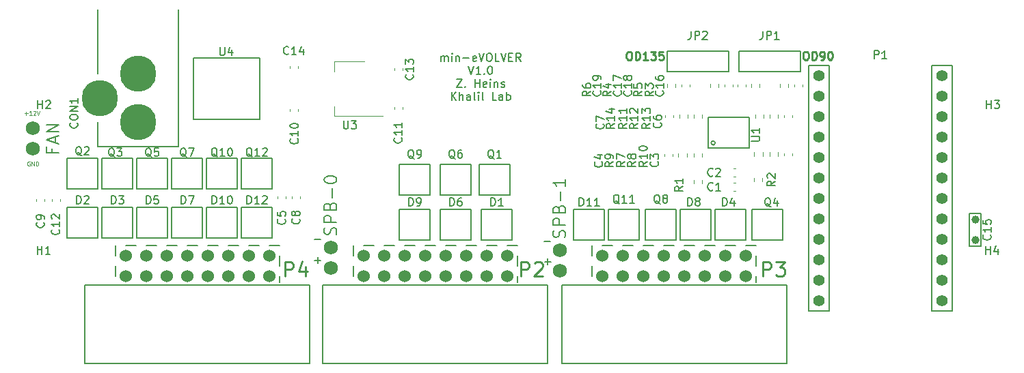
<source format=gbr>
%TF.GenerationSoftware,KiCad,Pcbnew,(6.0.7-1)-1*%
%TF.CreationDate,2022-09-02T18:16:08-04:00*%
%TF.ProjectId,power_mini_evolver,706f7765-725f-46d6-996e-695f65766f6c,rev?*%
%TF.SameCoordinates,Original*%
%TF.FileFunction,Legend,Top*%
%TF.FilePolarity,Positive*%
%FSLAX46Y46*%
G04 Gerber Fmt 4.6, Leading zero omitted, Abs format (unit mm)*
G04 Created by KiCad (PCBNEW (6.0.7-1)-1) date 2022-09-02 18:16:08*
%MOMM*%
%LPD*%
G01*
G04 APERTURE LIST*
%ADD10C,0.150000*%
%ADD11C,0.063500*%
%ADD12C,0.254000*%
%ADD13C,0.177800*%
%ADD14C,0.215900*%
%ADD15C,0.120000*%
%ADD16C,1.397000*%
%ADD17C,1.000000*%
%ADD18C,4.500000*%
%ADD19C,1.750000*%
%ADD20C,1.524000*%
G04 APERTURE END LIST*
D10*
X138148038Y-81298580D02*
X138148038Y-80631914D01*
X138148038Y-80727152D02*
X138195657Y-80679533D01*
X138290895Y-80631914D01*
X138433752Y-80631914D01*
X138528990Y-80679533D01*
X138576609Y-80774771D01*
X138576609Y-81298580D01*
X138576609Y-80774771D02*
X138624228Y-80679533D01*
X138719466Y-80631914D01*
X138862323Y-80631914D01*
X138957561Y-80679533D01*
X139005180Y-80774771D01*
X139005180Y-81298580D01*
X139481371Y-81298580D02*
X139481371Y-80631914D01*
X139481371Y-80298580D02*
X139433752Y-80346200D01*
X139481371Y-80393819D01*
X139528990Y-80346200D01*
X139481371Y-80298580D01*
X139481371Y-80393819D01*
X139957561Y-80631914D02*
X139957561Y-81298580D01*
X139957561Y-80727152D02*
X140005180Y-80679533D01*
X140100419Y-80631914D01*
X140243276Y-80631914D01*
X140338514Y-80679533D01*
X140386133Y-80774771D01*
X140386133Y-81298580D01*
X140862323Y-80917628D02*
X141624228Y-80917628D01*
X142481371Y-81250961D02*
X142386133Y-81298580D01*
X142195657Y-81298580D01*
X142100419Y-81250961D01*
X142052800Y-81155723D01*
X142052800Y-80774771D01*
X142100419Y-80679533D01*
X142195657Y-80631914D01*
X142386133Y-80631914D01*
X142481371Y-80679533D01*
X142528990Y-80774771D01*
X142528990Y-80870009D01*
X142052800Y-80965247D01*
X142814704Y-80298580D02*
X143148038Y-81298580D01*
X143481371Y-80298580D01*
X144005180Y-80298580D02*
X144195657Y-80298580D01*
X144290895Y-80346200D01*
X144386133Y-80441438D01*
X144433752Y-80631914D01*
X144433752Y-80965247D01*
X144386133Y-81155723D01*
X144290895Y-81250961D01*
X144195657Y-81298580D01*
X144005180Y-81298580D01*
X143909942Y-81250961D01*
X143814704Y-81155723D01*
X143767085Y-80965247D01*
X143767085Y-80631914D01*
X143814704Y-80441438D01*
X143909942Y-80346200D01*
X144005180Y-80298580D01*
X145338514Y-81298580D02*
X144862323Y-81298580D01*
X144862323Y-80298580D01*
X145528990Y-80298580D02*
X145862323Y-81298580D01*
X146195657Y-80298580D01*
X146528990Y-80774771D02*
X146862323Y-80774771D01*
X147005180Y-81298580D02*
X146528990Y-81298580D01*
X146528990Y-80298580D01*
X147005180Y-80298580D01*
X148005180Y-81298580D02*
X147671847Y-80822390D01*
X147433752Y-81298580D02*
X147433752Y-80298580D01*
X147814704Y-80298580D01*
X147909942Y-80346200D01*
X147957561Y-80393819D01*
X148005180Y-80489057D01*
X148005180Y-80631914D01*
X147957561Y-80727152D01*
X147909942Y-80774771D01*
X147814704Y-80822390D01*
X147433752Y-80822390D01*
X141528990Y-81908580D02*
X141862323Y-82908580D01*
X142195657Y-81908580D01*
X143052800Y-82908580D02*
X142481371Y-82908580D01*
X142767085Y-82908580D02*
X142767085Y-81908580D01*
X142671847Y-82051438D01*
X142576609Y-82146676D01*
X142481371Y-82194295D01*
X143481371Y-82813342D02*
X143528990Y-82860961D01*
X143481371Y-82908580D01*
X143433752Y-82860961D01*
X143481371Y-82813342D01*
X143481371Y-82908580D01*
X144148038Y-81908580D02*
X144243276Y-81908580D01*
X144338514Y-81956200D01*
X144386133Y-82003819D01*
X144433752Y-82099057D01*
X144481371Y-82289533D01*
X144481371Y-82527628D01*
X144433752Y-82718104D01*
X144386133Y-82813342D01*
X144338514Y-82860961D01*
X144243276Y-82908580D01*
X144148038Y-82908580D01*
X144052800Y-82860961D01*
X144005180Y-82813342D01*
X143957561Y-82718104D01*
X143909942Y-82527628D01*
X143909942Y-82289533D01*
X143957561Y-82099057D01*
X144005180Y-82003819D01*
X144052800Y-81956200D01*
X144148038Y-81908580D01*
X140052800Y-83518580D02*
X140719466Y-83518580D01*
X140052800Y-84518580D01*
X140719466Y-84518580D01*
X141100419Y-84423342D02*
X141148038Y-84470961D01*
X141100419Y-84518580D01*
X141052800Y-84470961D01*
X141100419Y-84423342D01*
X141100419Y-84518580D01*
X142338514Y-84518580D02*
X142338514Y-83518580D01*
X142338514Y-83994771D02*
X142909942Y-83994771D01*
X142909942Y-84518580D02*
X142909942Y-83518580D01*
X143767085Y-84470961D02*
X143671847Y-84518580D01*
X143481371Y-84518580D01*
X143386133Y-84470961D01*
X143338514Y-84375723D01*
X143338514Y-83994771D01*
X143386133Y-83899533D01*
X143481371Y-83851914D01*
X143671847Y-83851914D01*
X143767085Y-83899533D01*
X143814704Y-83994771D01*
X143814704Y-84090009D01*
X143338514Y-84185247D01*
X144243276Y-84518580D02*
X144243276Y-83851914D01*
X144243276Y-83518580D02*
X144195657Y-83566200D01*
X144243276Y-83613819D01*
X144290895Y-83566200D01*
X144243276Y-83518580D01*
X144243276Y-83613819D01*
X144719466Y-83851914D02*
X144719466Y-84518580D01*
X144719466Y-83947152D02*
X144767085Y-83899533D01*
X144862323Y-83851914D01*
X145005180Y-83851914D01*
X145100419Y-83899533D01*
X145148038Y-83994771D01*
X145148038Y-84518580D01*
X145576609Y-84470961D02*
X145671847Y-84518580D01*
X145862323Y-84518580D01*
X145957561Y-84470961D01*
X146005180Y-84375723D01*
X146005180Y-84328104D01*
X145957561Y-84232866D01*
X145862323Y-84185247D01*
X145719466Y-84185247D01*
X145624228Y-84137628D01*
X145576609Y-84042390D01*
X145576609Y-83994771D01*
X145624228Y-83899533D01*
X145719466Y-83851914D01*
X145862323Y-83851914D01*
X145957561Y-83899533D01*
X139433752Y-86128580D02*
X139433752Y-85128580D01*
X140005180Y-86128580D02*
X139576609Y-85557152D01*
X140005180Y-85128580D02*
X139433752Y-85700009D01*
X140433752Y-86128580D02*
X140433752Y-85128580D01*
X140862323Y-86128580D02*
X140862323Y-85604771D01*
X140814704Y-85509533D01*
X140719466Y-85461914D01*
X140576609Y-85461914D01*
X140481371Y-85509533D01*
X140433752Y-85557152D01*
X141767085Y-86128580D02*
X141767085Y-85604771D01*
X141719466Y-85509533D01*
X141624228Y-85461914D01*
X141433752Y-85461914D01*
X141338514Y-85509533D01*
X141767085Y-86080961D02*
X141671847Y-86128580D01*
X141433752Y-86128580D01*
X141338514Y-86080961D01*
X141290895Y-85985723D01*
X141290895Y-85890485D01*
X141338514Y-85795247D01*
X141433752Y-85747628D01*
X141671847Y-85747628D01*
X141767085Y-85700009D01*
X142386133Y-86128580D02*
X142290895Y-86080961D01*
X142243276Y-85985723D01*
X142243276Y-85128580D01*
X142767085Y-86128580D02*
X142767085Y-85461914D01*
X142767085Y-85128580D02*
X142719466Y-85176200D01*
X142767085Y-85223819D01*
X142814704Y-85176200D01*
X142767085Y-85128580D01*
X142767085Y-85223819D01*
X143386133Y-86128580D02*
X143290895Y-86080961D01*
X143243276Y-85985723D01*
X143243276Y-85128580D01*
X145005180Y-86128580D02*
X144528990Y-86128580D01*
X144528990Y-85128580D01*
X145767085Y-86128580D02*
X145767085Y-85604771D01*
X145719466Y-85509533D01*
X145624228Y-85461914D01*
X145433752Y-85461914D01*
X145338514Y-85509533D01*
X145767085Y-86080961D02*
X145671847Y-86128580D01*
X145433752Y-86128580D01*
X145338514Y-86080961D01*
X145290895Y-85985723D01*
X145290895Y-85890485D01*
X145338514Y-85795247D01*
X145433752Y-85747628D01*
X145671847Y-85747628D01*
X145767085Y-85700009D01*
X146243276Y-86128580D02*
X146243276Y-85128580D01*
X146243276Y-85509533D02*
X146338514Y-85461914D01*
X146528990Y-85461914D01*
X146624228Y-85509533D01*
X146671847Y-85557152D01*
X146719466Y-85652390D01*
X146719466Y-85938104D01*
X146671847Y-86033342D01*
X146624228Y-86080961D01*
X146528990Y-86128580D01*
X146338514Y-86128580D01*
X146243276Y-86080961D01*
D11*
X87192152Y-93776800D02*
X87143771Y-93752609D01*
X87071200Y-93752609D01*
X86998628Y-93776800D01*
X86950247Y-93825180D01*
X86926057Y-93873561D01*
X86901866Y-93970323D01*
X86901866Y-94042895D01*
X86926057Y-94139657D01*
X86950247Y-94188038D01*
X86998628Y-94236419D01*
X87071200Y-94260609D01*
X87119580Y-94260609D01*
X87192152Y-94236419D01*
X87216342Y-94212228D01*
X87216342Y-94042895D01*
X87119580Y-94042895D01*
X87434057Y-94260609D02*
X87434057Y-93752609D01*
X87724342Y-94260609D01*
X87724342Y-93752609D01*
X87966247Y-94260609D02*
X87966247Y-93752609D01*
X88087200Y-93752609D01*
X88159771Y-93776800D01*
X88208152Y-93825180D01*
X88232342Y-93873561D01*
X88256533Y-93970323D01*
X88256533Y-94042895D01*
X88232342Y-94139657D01*
X88208152Y-94188038D01*
X88159771Y-94236419D01*
X88087200Y-94260609D01*
X87966247Y-94260609D01*
X86557152Y-87767885D02*
X86944200Y-87767885D01*
X86750676Y-87961409D02*
X86750676Y-87574361D01*
X87452200Y-87961409D02*
X87161914Y-87961409D01*
X87307057Y-87961409D02*
X87307057Y-87453409D01*
X87258676Y-87525980D01*
X87210295Y-87574361D01*
X87161914Y-87598552D01*
X87645723Y-87501790D02*
X87669914Y-87477600D01*
X87718295Y-87453409D01*
X87839247Y-87453409D01*
X87887628Y-87477600D01*
X87911819Y-87501790D01*
X87936009Y-87550171D01*
X87936009Y-87598552D01*
X87911819Y-87671123D01*
X87621533Y-87961409D01*
X87936009Y-87961409D01*
X88081152Y-87453409D02*
X88250485Y-87961409D01*
X88419819Y-87453409D01*
D12*
X161342009Y-80114019D02*
X161535533Y-80114019D01*
X161632295Y-80162400D01*
X161729057Y-80259161D01*
X161777438Y-80452685D01*
X161777438Y-80791352D01*
X161729057Y-80984876D01*
X161632295Y-81081638D01*
X161535533Y-81130019D01*
X161342009Y-81130019D01*
X161245247Y-81081638D01*
X161148485Y-80984876D01*
X161100104Y-80791352D01*
X161100104Y-80452685D01*
X161148485Y-80259161D01*
X161245247Y-80162400D01*
X161342009Y-80114019D01*
X162212866Y-81130019D02*
X162212866Y-80114019D01*
X162454771Y-80114019D01*
X162599914Y-80162400D01*
X162696676Y-80259161D01*
X162745057Y-80355923D01*
X162793438Y-80549447D01*
X162793438Y-80694590D01*
X162745057Y-80888114D01*
X162696676Y-80984876D01*
X162599914Y-81081638D01*
X162454771Y-81130019D01*
X162212866Y-81130019D01*
X163761057Y-81130019D02*
X163180485Y-81130019D01*
X163470771Y-81130019D02*
X163470771Y-80114019D01*
X163374009Y-80259161D01*
X163277247Y-80355923D01*
X163180485Y-80404304D01*
X164099723Y-80114019D02*
X164728676Y-80114019D01*
X164390009Y-80501066D01*
X164535152Y-80501066D01*
X164631914Y-80549447D01*
X164680295Y-80597828D01*
X164728676Y-80694590D01*
X164728676Y-80936495D01*
X164680295Y-81033257D01*
X164631914Y-81081638D01*
X164535152Y-81130019D01*
X164244866Y-81130019D01*
X164148104Y-81081638D01*
X164099723Y-81033257D01*
X165647914Y-80114019D02*
X165164104Y-80114019D01*
X165115723Y-80597828D01*
X165164104Y-80549447D01*
X165260866Y-80501066D01*
X165502771Y-80501066D01*
X165599533Y-80549447D01*
X165647914Y-80597828D01*
X165696295Y-80694590D01*
X165696295Y-80936495D01*
X165647914Y-81033257D01*
X165599533Y-81081638D01*
X165502771Y-81130019D01*
X165260866Y-81130019D01*
X165164104Y-81081638D01*
X165115723Y-81033257D01*
X183212619Y-80088619D02*
X183406142Y-80088619D01*
X183502904Y-80137000D01*
X183599666Y-80233761D01*
X183648047Y-80427285D01*
X183648047Y-80765952D01*
X183599666Y-80959476D01*
X183502904Y-81056238D01*
X183406142Y-81104619D01*
X183212619Y-81104619D01*
X183115857Y-81056238D01*
X183019095Y-80959476D01*
X182970714Y-80765952D01*
X182970714Y-80427285D01*
X183019095Y-80233761D01*
X183115857Y-80137000D01*
X183212619Y-80088619D01*
X184083476Y-81104619D02*
X184083476Y-80088619D01*
X184325380Y-80088619D01*
X184470523Y-80137000D01*
X184567285Y-80233761D01*
X184615666Y-80330523D01*
X184664047Y-80524047D01*
X184664047Y-80669190D01*
X184615666Y-80862714D01*
X184567285Y-80959476D01*
X184470523Y-81056238D01*
X184325380Y-81104619D01*
X184083476Y-81104619D01*
X185147857Y-81104619D02*
X185341380Y-81104619D01*
X185438142Y-81056238D01*
X185486523Y-81007857D01*
X185583285Y-80862714D01*
X185631666Y-80669190D01*
X185631666Y-80282142D01*
X185583285Y-80185380D01*
X185534904Y-80137000D01*
X185438142Y-80088619D01*
X185244619Y-80088619D01*
X185147857Y-80137000D01*
X185099476Y-80185380D01*
X185051095Y-80282142D01*
X185051095Y-80524047D01*
X185099476Y-80620809D01*
X185147857Y-80669190D01*
X185244619Y-80717571D01*
X185438142Y-80717571D01*
X185534904Y-80669190D01*
X185583285Y-80620809D01*
X185631666Y-80524047D01*
X186260619Y-80088619D02*
X186357380Y-80088619D01*
X186454142Y-80137000D01*
X186502523Y-80185380D01*
X186550904Y-80282142D01*
X186599285Y-80475666D01*
X186599285Y-80717571D01*
X186550904Y-80911095D01*
X186502523Y-81007857D01*
X186454142Y-81056238D01*
X186357380Y-81104619D01*
X186260619Y-81104619D01*
X186163857Y-81056238D01*
X186115476Y-81007857D01*
X186067095Y-80911095D01*
X186018714Y-80717571D01*
X186018714Y-80475666D01*
X186067095Y-80282142D01*
X186115476Y-80185380D01*
X186163857Y-80137000D01*
X186260619Y-80088619D01*
D10*
X150977647Y-106192628D02*
X151739552Y-106192628D01*
X151358600Y-106573580D02*
X151358600Y-105811676D01*
X150926847Y-103627228D02*
X151688752Y-103627228D01*
X122478847Y-105989428D02*
X123240752Y-105989428D01*
X122859800Y-106370380D02*
X122859800Y-105608476D01*
X122428047Y-103424028D02*
X123189952Y-103424028D01*
%TO.C,JP2*%
X169092666Y-77557380D02*
X169092666Y-78271666D01*
X169045047Y-78414523D01*
X168949809Y-78509761D01*
X168806952Y-78557380D01*
X168711714Y-78557380D01*
X169568857Y-78557380D02*
X169568857Y-77557380D01*
X169949809Y-77557380D01*
X170045047Y-77605000D01*
X170092666Y-77652619D01*
X170140285Y-77747857D01*
X170140285Y-77890714D01*
X170092666Y-77985952D01*
X170045047Y-78033571D01*
X169949809Y-78081190D01*
X169568857Y-78081190D01*
X170521238Y-77652619D02*
X170568857Y-77605000D01*
X170664095Y-77557380D01*
X170902190Y-77557380D01*
X170997428Y-77605000D01*
X171045047Y-77652619D01*
X171092666Y-77747857D01*
X171092666Y-77843095D01*
X171045047Y-77985952D01*
X170473619Y-78557380D01*
X171092666Y-78557380D01*
%TO.C,Q10*%
X110426571Y-93156019D02*
X110331333Y-93108400D01*
X110236095Y-93013161D01*
X110093238Y-92870304D01*
X109998000Y-92822685D01*
X109902761Y-92822685D01*
X109950380Y-93060780D02*
X109855142Y-93013161D01*
X109759904Y-92917923D01*
X109712285Y-92727447D01*
X109712285Y-92394114D01*
X109759904Y-92203638D01*
X109855142Y-92108400D01*
X109950380Y-92060780D01*
X110140857Y-92060780D01*
X110236095Y-92108400D01*
X110331333Y-92203638D01*
X110378952Y-92394114D01*
X110378952Y-92727447D01*
X110331333Y-92917923D01*
X110236095Y-93013161D01*
X110140857Y-93060780D01*
X109950380Y-93060780D01*
X111331333Y-93060780D02*
X110759904Y-93060780D01*
X111045619Y-93060780D02*
X111045619Y-92060780D01*
X110950380Y-92203638D01*
X110855142Y-92298876D01*
X110759904Y-92346495D01*
X111950380Y-92060780D02*
X112045619Y-92060780D01*
X112140857Y-92108400D01*
X112188476Y-92156019D01*
X112236095Y-92251257D01*
X112283714Y-92441733D01*
X112283714Y-92679828D01*
X112236095Y-92870304D01*
X112188476Y-92965542D01*
X112140857Y-93013161D01*
X112045619Y-93060780D01*
X111950380Y-93060780D01*
X111855142Y-93013161D01*
X111807523Y-92965542D01*
X111759904Y-92870304D01*
X111712285Y-92679828D01*
X111712285Y-92441733D01*
X111759904Y-92251257D01*
X111807523Y-92156019D01*
X111855142Y-92108400D01*
X111950380Y-92060780D01*
%TO.C,R14*%
X159583380Y-89034857D02*
X159107190Y-89368190D01*
X159583380Y-89606285D02*
X158583380Y-89606285D01*
X158583380Y-89225333D01*
X158631000Y-89130095D01*
X158678619Y-89082476D01*
X158773857Y-89034857D01*
X158916714Y-89034857D01*
X159011952Y-89082476D01*
X159059571Y-89130095D01*
X159107190Y-89225333D01*
X159107190Y-89606285D01*
X159583380Y-88082476D02*
X159583380Y-88653904D01*
X159583380Y-88368190D02*
X158583380Y-88368190D01*
X158726238Y-88463428D01*
X158821476Y-88558666D01*
X158869095Y-88653904D01*
X158916714Y-87225333D02*
X159583380Y-87225333D01*
X158535761Y-87463428D02*
X159250047Y-87701523D01*
X159250047Y-87082476D01*
%TO.C,R13*%
X164028380Y-89034857D02*
X163552190Y-89368190D01*
X164028380Y-89606285D02*
X163028380Y-89606285D01*
X163028380Y-89225333D01*
X163076000Y-89130095D01*
X163123619Y-89082476D01*
X163218857Y-89034857D01*
X163361714Y-89034857D01*
X163456952Y-89082476D01*
X163504571Y-89130095D01*
X163552190Y-89225333D01*
X163552190Y-89606285D01*
X164028380Y-88082476D02*
X164028380Y-88653904D01*
X164028380Y-88368190D02*
X163028380Y-88368190D01*
X163171238Y-88463428D01*
X163266476Y-88558666D01*
X163314095Y-88653904D01*
X163028380Y-87749142D02*
X163028380Y-87130095D01*
X163409333Y-87463428D01*
X163409333Y-87320571D01*
X163456952Y-87225333D01*
X163504571Y-87177714D01*
X163599809Y-87130095D01*
X163837904Y-87130095D01*
X163933142Y-87177714D01*
X163980761Y-87225333D01*
X164028380Y-87320571D01*
X164028380Y-87606285D01*
X163980761Y-87701523D01*
X163933142Y-87749142D01*
%TO.C,R12*%
X162504380Y-89034857D02*
X162028190Y-89368190D01*
X162504380Y-89606285D02*
X161504380Y-89606285D01*
X161504380Y-89225333D01*
X161552000Y-89130095D01*
X161599619Y-89082476D01*
X161694857Y-89034857D01*
X161837714Y-89034857D01*
X161932952Y-89082476D01*
X161980571Y-89130095D01*
X162028190Y-89225333D01*
X162028190Y-89606285D01*
X162504380Y-88082476D02*
X162504380Y-88653904D01*
X162504380Y-88368190D02*
X161504380Y-88368190D01*
X161647238Y-88463428D01*
X161742476Y-88558666D01*
X161790095Y-88653904D01*
X161599619Y-87701523D02*
X161552000Y-87653904D01*
X161504380Y-87558666D01*
X161504380Y-87320571D01*
X161552000Y-87225333D01*
X161599619Y-87177714D01*
X161694857Y-87130095D01*
X161790095Y-87130095D01*
X161932952Y-87177714D01*
X162504380Y-87749142D01*
X162504380Y-87130095D01*
%TO.C,R11*%
X161107380Y-89034857D02*
X160631190Y-89368190D01*
X161107380Y-89606285D02*
X160107380Y-89606285D01*
X160107380Y-89225333D01*
X160155000Y-89130095D01*
X160202619Y-89082476D01*
X160297857Y-89034857D01*
X160440714Y-89034857D01*
X160535952Y-89082476D01*
X160583571Y-89130095D01*
X160631190Y-89225333D01*
X160631190Y-89606285D01*
X161107380Y-88082476D02*
X161107380Y-88653904D01*
X161107380Y-88368190D02*
X160107380Y-88368190D01*
X160250238Y-88463428D01*
X160345476Y-88558666D01*
X160393095Y-88653904D01*
X161107380Y-87130095D02*
X161107380Y-87701523D01*
X161107380Y-87415809D02*
X160107380Y-87415809D01*
X160250238Y-87511047D01*
X160345476Y-87606285D01*
X160393095Y-87701523D01*
%TO.C,R10*%
X163647380Y-93733857D02*
X163171190Y-94067190D01*
X163647380Y-94305285D02*
X162647380Y-94305285D01*
X162647380Y-93924333D01*
X162695000Y-93829095D01*
X162742619Y-93781476D01*
X162837857Y-93733857D01*
X162980714Y-93733857D01*
X163075952Y-93781476D01*
X163123571Y-93829095D01*
X163171190Y-93924333D01*
X163171190Y-94305285D01*
X163647380Y-92781476D02*
X163647380Y-93352904D01*
X163647380Y-93067190D02*
X162647380Y-93067190D01*
X162790238Y-93162428D01*
X162885476Y-93257666D01*
X162933095Y-93352904D01*
X162647380Y-92162428D02*
X162647380Y-92067190D01*
X162695000Y-91971952D01*
X162742619Y-91924333D01*
X162837857Y-91876714D01*
X163028333Y-91829095D01*
X163266428Y-91829095D01*
X163456904Y-91876714D01*
X163552142Y-91924333D01*
X163599761Y-91971952D01*
X163647380Y-92067190D01*
X163647380Y-92162428D01*
X163599761Y-92257666D01*
X163552142Y-92305285D01*
X163456904Y-92352904D01*
X163266428Y-92400523D01*
X163028333Y-92400523D01*
X162837857Y-92352904D01*
X162742619Y-92305285D01*
X162695000Y-92257666D01*
X162647380Y-92162428D01*
%TO.C,R9*%
X159456380Y-93791066D02*
X158980190Y-94124400D01*
X159456380Y-94362495D02*
X158456380Y-94362495D01*
X158456380Y-93981542D01*
X158504000Y-93886304D01*
X158551619Y-93838685D01*
X158646857Y-93791066D01*
X158789714Y-93791066D01*
X158884952Y-93838685D01*
X158932571Y-93886304D01*
X158980190Y-93981542D01*
X158980190Y-94362495D01*
X159456380Y-93314876D02*
X159456380Y-93124400D01*
X159408761Y-93029161D01*
X159361142Y-92981542D01*
X159218285Y-92886304D01*
X159027809Y-92838685D01*
X158646857Y-92838685D01*
X158551619Y-92886304D01*
X158504000Y-92933923D01*
X158456380Y-93029161D01*
X158456380Y-93219638D01*
X158504000Y-93314876D01*
X158551619Y-93362495D01*
X158646857Y-93410114D01*
X158884952Y-93410114D01*
X158980190Y-93362495D01*
X159027809Y-93314876D01*
X159075428Y-93219638D01*
X159075428Y-93029161D01*
X159027809Y-92933923D01*
X158980190Y-92886304D01*
X158884952Y-92838685D01*
%TO.C,R8*%
X162250380Y-93765666D02*
X161774190Y-94099000D01*
X162250380Y-94337095D02*
X161250380Y-94337095D01*
X161250380Y-93956142D01*
X161298000Y-93860904D01*
X161345619Y-93813285D01*
X161440857Y-93765666D01*
X161583714Y-93765666D01*
X161678952Y-93813285D01*
X161726571Y-93860904D01*
X161774190Y-93956142D01*
X161774190Y-94337095D01*
X161678952Y-93194238D02*
X161631333Y-93289476D01*
X161583714Y-93337095D01*
X161488476Y-93384714D01*
X161440857Y-93384714D01*
X161345619Y-93337095D01*
X161298000Y-93289476D01*
X161250380Y-93194238D01*
X161250380Y-93003761D01*
X161298000Y-92908523D01*
X161345619Y-92860904D01*
X161440857Y-92813285D01*
X161488476Y-92813285D01*
X161583714Y-92860904D01*
X161631333Y-92908523D01*
X161678952Y-93003761D01*
X161678952Y-93194238D01*
X161726571Y-93289476D01*
X161774190Y-93337095D01*
X161869428Y-93384714D01*
X162059904Y-93384714D01*
X162155142Y-93337095D01*
X162202761Y-93289476D01*
X162250380Y-93194238D01*
X162250380Y-93003761D01*
X162202761Y-92908523D01*
X162155142Y-92860904D01*
X162059904Y-92813285D01*
X161869428Y-92813285D01*
X161774190Y-92860904D01*
X161726571Y-92908523D01*
X161678952Y-93003761D01*
%TO.C,R7*%
X160878780Y-93740266D02*
X160402590Y-94073600D01*
X160878780Y-94311695D02*
X159878780Y-94311695D01*
X159878780Y-93930742D01*
X159926400Y-93835504D01*
X159974019Y-93787885D01*
X160069257Y-93740266D01*
X160212114Y-93740266D01*
X160307352Y-93787885D01*
X160354971Y-93835504D01*
X160402590Y-93930742D01*
X160402590Y-94311695D01*
X159878780Y-93406933D02*
X159878780Y-92740266D01*
X160878780Y-93168838D01*
%TO.C,R6*%
X156662380Y-85002666D02*
X156186190Y-85336000D01*
X156662380Y-85574095D02*
X155662380Y-85574095D01*
X155662380Y-85193142D01*
X155710000Y-85097904D01*
X155757619Y-85050285D01*
X155852857Y-85002666D01*
X155995714Y-85002666D01*
X156090952Y-85050285D01*
X156138571Y-85097904D01*
X156186190Y-85193142D01*
X156186190Y-85574095D01*
X155662380Y-84145523D02*
X155662380Y-84336000D01*
X155710000Y-84431238D01*
X155757619Y-84478857D01*
X155900476Y-84574095D01*
X156090952Y-84621714D01*
X156471904Y-84621714D01*
X156567142Y-84574095D01*
X156614761Y-84526476D01*
X156662380Y-84431238D01*
X156662380Y-84240761D01*
X156614761Y-84145523D01*
X156567142Y-84097904D01*
X156471904Y-84050285D01*
X156233809Y-84050285D01*
X156138571Y-84097904D01*
X156090952Y-84145523D01*
X156043333Y-84240761D01*
X156043333Y-84431238D01*
X156090952Y-84526476D01*
X156138571Y-84574095D01*
X156233809Y-84621714D01*
%TO.C,R5*%
X163012380Y-85002666D02*
X162536190Y-85336000D01*
X163012380Y-85574095D02*
X162012380Y-85574095D01*
X162012380Y-85193142D01*
X162060000Y-85097904D01*
X162107619Y-85050285D01*
X162202857Y-85002666D01*
X162345714Y-85002666D01*
X162440952Y-85050285D01*
X162488571Y-85097904D01*
X162536190Y-85193142D01*
X162536190Y-85574095D01*
X162012380Y-84097904D02*
X162012380Y-84574095D01*
X162488571Y-84621714D01*
X162440952Y-84574095D01*
X162393333Y-84478857D01*
X162393333Y-84240761D01*
X162440952Y-84145523D01*
X162488571Y-84097904D01*
X162583809Y-84050285D01*
X162821904Y-84050285D01*
X162917142Y-84097904D01*
X162964761Y-84145523D01*
X163012380Y-84240761D01*
X163012380Y-84478857D01*
X162964761Y-84574095D01*
X162917142Y-84621714D01*
%TO.C,R4*%
X159202380Y-85002666D02*
X158726190Y-85336000D01*
X159202380Y-85574095D02*
X158202380Y-85574095D01*
X158202380Y-85193142D01*
X158250000Y-85097904D01*
X158297619Y-85050285D01*
X158392857Y-85002666D01*
X158535714Y-85002666D01*
X158630952Y-85050285D01*
X158678571Y-85097904D01*
X158726190Y-85193142D01*
X158726190Y-85574095D01*
X158535714Y-84145523D02*
X159202380Y-84145523D01*
X158154761Y-84383619D02*
X158869047Y-84621714D01*
X158869047Y-84002666D01*
%TO.C,R3*%
X164409380Y-85002666D02*
X163933190Y-85336000D01*
X164409380Y-85574095D02*
X163409380Y-85574095D01*
X163409380Y-85193142D01*
X163457000Y-85097904D01*
X163504619Y-85050285D01*
X163599857Y-85002666D01*
X163742714Y-85002666D01*
X163837952Y-85050285D01*
X163885571Y-85097904D01*
X163933190Y-85193142D01*
X163933190Y-85574095D01*
X163409380Y-84669333D02*
X163409380Y-84050285D01*
X163790333Y-84383619D01*
X163790333Y-84240761D01*
X163837952Y-84145523D01*
X163885571Y-84097904D01*
X163980809Y-84050285D01*
X164218904Y-84050285D01*
X164314142Y-84097904D01*
X164361761Y-84145523D01*
X164409380Y-84240761D01*
X164409380Y-84526476D01*
X164361761Y-84621714D01*
X164314142Y-84669333D01*
%TO.C,R2*%
X179522380Y-96178666D02*
X179046190Y-96512000D01*
X179522380Y-96750095D02*
X178522380Y-96750095D01*
X178522380Y-96369142D01*
X178570000Y-96273904D01*
X178617619Y-96226285D01*
X178712857Y-96178666D01*
X178855714Y-96178666D01*
X178950952Y-96226285D01*
X178998571Y-96273904D01*
X179046190Y-96369142D01*
X179046190Y-96750095D01*
X178617619Y-95797714D02*
X178570000Y-95750095D01*
X178522380Y-95654857D01*
X178522380Y-95416761D01*
X178570000Y-95321523D01*
X178617619Y-95273904D01*
X178712857Y-95226285D01*
X178808095Y-95226285D01*
X178950952Y-95273904D01*
X179522380Y-95845333D01*
X179522380Y-95226285D01*
%TO.C,R1*%
X168092380Y-96813666D02*
X167616190Y-97147000D01*
X168092380Y-97385095D02*
X167092380Y-97385095D01*
X167092380Y-97004142D01*
X167140000Y-96908904D01*
X167187619Y-96861285D01*
X167282857Y-96813666D01*
X167425714Y-96813666D01*
X167520952Y-96861285D01*
X167568571Y-96908904D01*
X167616190Y-97004142D01*
X167616190Y-97385095D01*
X168092380Y-95861285D02*
X168092380Y-96432714D01*
X168092380Y-96147000D02*
X167092380Y-96147000D01*
X167235238Y-96242238D01*
X167330476Y-96337476D01*
X167378095Y-96432714D01*
%TO.C,C19*%
X157837142Y-84970857D02*
X157884761Y-85018476D01*
X157932380Y-85161333D01*
X157932380Y-85256571D01*
X157884761Y-85399428D01*
X157789523Y-85494666D01*
X157694285Y-85542285D01*
X157503809Y-85589904D01*
X157360952Y-85589904D01*
X157170476Y-85542285D01*
X157075238Y-85494666D01*
X156980000Y-85399428D01*
X156932380Y-85256571D01*
X156932380Y-85161333D01*
X156980000Y-85018476D01*
X157027619Y-84970857D01*
X157932380Y-84018476D02*
X157932380Y-84589904D01*
X157932380Y-84304190D02*
X156932380Y-84304190D01*
X157075238Y-84399428D01*
X157170476Y-84494666D01*
X157218095Y-84589904D01*
X157932380Y-83542285D02*
X157932380Y-83351809D01*
X157884761Y-83256571D01*
X157837142Y-83208952D01*
X157694285Y-83113714D01*
X157503809Y-83066095D01*
X157122857Y-83066095D01*
X157027619Y-83113714D01*
X156980000Y-83161333D01*
X156932380Y-83256571D01*
X156932380Y-83447047D01*
X156980000Y-83542285D01*
X157027619Y-83589904D01*
X157122857Y-83637523D01*
X157360952Y-83637523D01*
X157456190Y-83589904D01*
X157503809Y-83542285D01*
X157551428Y-83447047D01*
X157551428Y-83256571D01*
X157503809Y-83161333D01*
X157456190Y-83113714D01*
X157360952Y-83066095D01*
%TO.C,C18*%
X161647142Y-84970857D02*
X161694761Y-85018476D01*
X161742380Y-85161333D01*
X161742380Y-85256571D01*
X161694761Y-85399428D01*
X161599523Y-85494666D01*
X161504285Y-85542285D01*
X161313809Y-85589904D01*
X161170952Y-85589904D01*
X160980476Y-85542285D01*
X160885238Y-85494666D01*
X160790000Y-85399428D01*
X160742380Y-85256571D01*
X160742380Y-85161333D01*
X160790000Y-85018476D01*
X160837619Y-84970857D01*
X161742380Y-84018476D02*
X161742380Y-84589904D01*
X161742380Y-84304190D02*
X160742380Y-84304190D01*
X160885238Y-84399428D01*
X160980476Y-84494666D01*
X161028095Y-84589904D01*
X161170952Y-83447047D02*
X161123333Y-83542285D01*
X161075714Y-83589904D01*
X160980476Y-83637523D01*
X160932857Y-83637523D01*
X160837619Y-83589904D01*
X160790000Y-83542285D01*
X160742380Y-83447047D01*
X160742380Y-83256571D01*
X160790000Y-83161333D01*
X160837619Y-83113714D01*
X160932857Y-83066095D01*
X160980476Y-83066095D01*
X161075714Y-83113714D01*
X161123333Y-83161333D01*
X161170952Y-83256571D01*
X161170952Y-83447047D01*
X161218571Y-83542285D01*
X161266190Y-83589904D01*
X161361428Y-83637523D01*
X161551904Y-83637523D01*
X161647142Y-83589904D01*
X161694761Y-83542285D01*
X161742380Y-83447047D01*
X161742380Y-83256571D01*
X161694761Y-83161333D01*
X161647142Y-83113714D01*
X161551904Y-83066095D01*
X161361428Y-83066095D01*
X161266190Y-83113714D01*
X161218571Y-83161333D01*
X161170952Y-83256571D01*
%TO.C,C17*%
X160377142Y-84970857D02*
X160424761Y-85018476D01*
X160472380Y-85161333D01*
X160472380Y-85256571D01*
X160424761Y-85399428D01*
X160329523Y-85494666D01*
X160234285Y-85542285D01*
X160043809Y-85589904D01*
X159900952Y-85589904D01*
X159710476Y-85542285D01*
X159615238Y-85494666D01*
X159520000Y-85399428D01*
X159472380Y-85256571D01*
X159472380Y-85161333D01*
X159520000Y-85018476D01*
X159567619Y-84970857D01*
X160472380Y-84018476D02*
X160472380Y-84589904D01*
X160472380Y-84304190D02*
X159472380Y-84304190D01*
X159615238Y-84399428D01*
X159710476Y-84494666D01*
X159758095Y-84589904D01*
X159472380Y-83685142D02*
X159472380Y-83018476D01*
X160472380Y-83447047D01*
%TO.C,C16*%
X165584142Y-84970857D02*
X165631761Y-85018476D01*
X165679380Y-85161333D01*
X165679380Y-85256571D01*
X165631761Y-85399428D01*
X165536523Y-85494666D01*
X165441285Y-85542285D01*
X165250809Y-85589904D01*
X165107952Y-85589904D01*
X164917476Y-85542285D01*
X164822238Y-85494666D01*
X164727000Y-85399428D01*
X164679380Y-85256571D01*
X164679380Y-85161333D01*
X164727000Y-85018476D01*
X164774619Y-84970857D01*
X165679380Y-84018476D02*
X165679380Y-84589904D01*
X165679380Y-84304190D02*
X164679380Y-84304190D01*
X164822238Y-84399428D01*
X164917476Y-84494666D01*
X164965095Y-84589904D01*
X164679380Y-83161333D02*
X164679380Y-83351809D01*
X164727000Y-83447047D01*
X164774619Y-83494666D01*
X164917476Y-83589904D01*
X165107952Y-83637523D01*
X165488904Y-83637523D01*
X165584142Y-83589904D01*
X165631761Y-83542285D01*
X165679380Y-83447047D01*
X165679380Y-83256571D01*
X165631761Y-83161333D01*
X165584142Y-83113714D01*
X165488904Y-83066095D01*
X165250809Y-83066095D01*
X165155571Y-83113714D01*
X165107952Y-83161333D01*
X165060333Y-83256571D01*
X165060333Y-83447047D01*
X165107952Y-83542285D01*
X165155571Y-83589904D01*
X165250809Y-83637523D01*
%TO.C,C14*%
X119245142Y-80367142D02*
X119197523Y-80414761D01*
X119054666Y-80462380D01*
X118959428Y-80462380D01*
X118816571Y-80414761D01*
X118721333Y-80319523D01*
X118673714Y-80224285D01*
X118626095Y-80033809D01*
X118626095Y-79890952D01*
X118673714Y-79700476D01*
X118721333Y-79605238D01*
X118816571Y-79510000D01*
X118959428Y-79462380D01*
X119054666Y-79462380D01*
X119197523Y-79510000D01*
X119245142Y-79557619D01*
X120197523Y-80462380D02*
X119626095Y-80462380D01*
X119911809Y-80462380D02*
X119911809Y-79462380D01*
X119816571Y-79605238D01*
X119721333Y-79700476D01*
X119626095Y-79748095D01*
X121054666Y-79795714D02*
X121054666Y-80462380D01*
X120816571Y-79414761D02*
X120578476Y-80129047D01*
X121197523Y-80129047D01*
%TO.C,C13*%
X134629142Y-82938857D02*
X134676761Y-82986476D01*
X134724380Y-83129333D01*
X134724380Y-83224571D01*
X134676761Y-83367428D01*
X134581523Y-83462666D01*
X134486285Y-83510285D01*
X134295809Y-83557904D01*
X134152952Y-83557904D01*
X133962476Y-83510285D01*
X133867238Y-83462666D01*
X133772000Y-83367428D01*
X133724380Y-83224571D01*
X133724380Y-83129333D01*
X133772000Y-82986476D01*
X133819619Y-82938857D01*
X134724380Y-81986476D02*
X134724380Y-82557904D01*
X134724380Y-82272190D02*
X133724380Y-82272190D01*
X133867238Y-82367428D01*
X133962476Y-82462666D01*
X134010095Y-82557904D01*
X133724380Y-81653142D02*
X133724380Y-81034095D01*
X134105333Y-81367428D01*
X134105333Y-81224571D01*
X134152952Y-81129333D01*
X134200571Y-81081714D01*
X134295809Y-81034095D01*
X134533904Y-81034095D01*
X134629142Y-81081714D01*
X134676761Y-81129333D01*
X134724380Y-81224571D01*
X134724380Y-81510285D01*
X134676761Y-81605523D01*
X134629142Y-81653142D01*
%TO.C,C12*%
X90781142Y-102192057D02*
X90828761Y-102239676D01*
X90876380Y-102382533D01*
X90876380Y-102477771D01*
X90828761Y-102620628D01*
X90733523Y-102715866D01*
X90638285Y-102763485D01*
X90447809Y-102811104D01*
X90304952Y-102811104D01*
X90114476Y-102763485D01*
X90019238Y-102715866D01*
X89924000Y-102620628D01*
X89876380Y-102477771D01*
X89876380Y-102382533D01*
X89924000Y-102239676D01*
X89971619Y-102192057D01*
X90876380Y-101239676D02*
X90876380Y-101811104D01*
X90876380Y-101525390D02*
X89876380Y-101525390D01*
X90019238Y-101620628D01*
X90114476Y-101715866D01*
X90162095Y-101811104D01*
X89971619Y-100858723D02*
X89924000Y-100811104D01*
X89876380Y-100715866D01*
X89876380Y-100477771D01*
X89924000Y-100382533D01*
X89971619Y-100334914D01*
X90066857Y-100287295D01*
X90162095Y-100287295D01*
X90304952Y-100334914D01*
X90876380Y-100906342D01*
X90876380Y-100287295D01*
%TO.C,C11*%
X133199142Y-90812857D02*
X133246761Y-90860476D01*
X133294380Y-91003333D01*
X133294380Y-91098571D01*
X133246761Y-91241428D01*
X133151523Y-91336666D01*
X133056285Y-91384285D01*
X132865809Y-91431904D01*
X132722952Y-91431904D01*
X132532476Y-91384285D01*
X132437238Y-91336666D01*
X132342000Y-91241428D01*
X132294380Y-91098571D01*
X132294380Y-91003333D01*
X132342000Y-90860476D01*
X132389619Y-90812857D01*
X133294380Y-89860476D02*
X133294380Y-90431904D01*
X133294380Y-90146190D02*
X132294380Y-90146190D01*
X132437238Y-90241428D01*
X132532476Y-90336666D01*
X132580095Y-90431904D01*
X133294380Y-88908095D02*
X133294380Y-89479523D01*
X133294380Y-89193809D02*
X132294380Y-89193809D01*
X132437238Y-89289047D01*
X132532476Y-89384285D01*
X132580095Y-89479523D01*
%TO.C,C10*%
X120346742Y-90914457D02*
X120394361Y-90962076D01*
X120441980Y-91104933D01*
X120441980Y-91200171D01*
X120394361Y-91343028D01*
X120299123Y-91438266D01*
X120203885Y-91485885D01*
X120013409Y-91533504D01*
X119870552Y-91533504D01*
X119680076Y-91485885D01*
X119584838Y-91438266D01*
X119489600Y-91343028D01*
X119441980Y-91200171D01*
X119441980Y-91104933D01*
X119489600Y-90962076D01*
X119537219Y-90914457D01*
X120441980Y-89962076D02*
X120441980Y-90533504D01*
X120441980Y-90247790D02*
X119441980Y-90247790D01*
X119584838Y-90343028D01*
X119680076Y-90438266D01*
X119727695Y-90533504D01*
X119441980Y-89343028D02*
X119441980Y-89247790D01*
X119489600Y-89152552D01*
X119537219Y-89104933D01*
X119632457Y-89057314D01*
X119822933Y-89009695D01*
X120061028Y-89009695D01*
X120251504Y-89057314D01*
X120346742Y-89104933D01*
X120394361Y-89152552D01*
X120441980Y-89247790D01*
X120441980Y-89343028D01*
X120394361Y-89438266D01*
X120346742Y-89485885D01*
X120251504Y-89533504D01*
X120061028Y-89581123D01*
X119822933Y-89581123D01*
X119632457Y-89533504D01*
X119537219Y-89485885D01*
X119489600Y-89438266D01*
X119441980Y-89343028D01*
%TO.C,C9*%
X88901542Y-101309466D02*
X88949161Y-101357085D01*
X88996780Y-101499942D01*
X88996780Y-101595180D01*
X88949161Y-101738038D01*
X88853923Y-101833276D01*
X88758685Y-101880895D01*
X88568209Y-101928514D01*
X88425352Y-101928514D01*
X88234876Y-101880895D01*
X88139638Y-101833276D01*
X88044400Y-101738038D01*
X87996780Y-101595180D01*
X87996780Y-101499942D01*
X88044400Y-101357085D01*
X88092019Y-101309466D01*
X88996780Y-100833276D02*
X88996780Y-100642800D01*
X88949161Y-100547561D01*
X88901542Y-100499942D01*
X88758685Y-100404704D01*
X88568209Y-100357085D01*
X88187257Y-100357085D01*
X88092019Y-100404704D01*
X88044400Y-100452323D01*
X87996780Y-100547561D01*
X87996780Y-100738038D01*
X88044400Y-100833276D01*
X88092019Y-100880895D01*
X88187257Y-100928514D01*
X88425352Y-100928514D01*
X88520590Y-100880895D01*
X88568209Y-100833276D01*
X88615828Y-100738038D01*
X88615828Y-100547561D01*
X88568209Y-100452323D01*
X88520590Y-100404704D01*
X88425352Y-100357085D01*
%TO.C,C8*%
X120549942Y-100852266D02*
X120597561Y-100899885D01*
X120645180Y-101042742D01*
X120645180Y-101137980D01*
X120597561Y-101280838D01*
X120502323Y-101376076D01*
X120407085Y-101423695D01*
X120216609Y-101471314D01*
X120073752Y-101471314D01*
X119883276Y-101423695D01*
X119788038Y-101376076D01*
X119692800Y-101280838D01*
X119645180Y-101137980D01*
X119645180Y-101042742D01*
X119692800Y-100899885D01*
X119740419Y-100852266D01*
X120073752Y-100280838D02*
X120026133Y-100376076D01*
X119978514Y-100423695D01*
X119883276Y-100471314D01*
X119835657Y-100471314D01*
X119740419Y-100423695D01*
X119692800Y-100376076D01*
X119645180Y-100280838D01*
X119645180Y-100090361D01*
X119692800Y-99995123D01*
X119740419Y-99947504D01*
X119835657Y-99899885D01*
X119883276Y-99899885D01*
X119978514Y-99947504D01*
X120026133Y-99995123D01*
X120073752Y-100090361D01*
X120073752Y-100280838D01*
X120121371Y-100376076D01*
X120168990Y-100423695D01*
X120264228Y-100471314D01*
X120454704Y-100471314D01*
X120549942Y-100423695D01*
X120597561Y-100376076D01*
X120645180Y-100280838D01*
X120645180Y-100090361D01*
X120597561Y-99995123D01*
X120549942Y-99947504D01*
X120454704Y-99899885D01*
X120264228Y-99899885D01*
X120168990Y-99947504D01*
X120121371Y-99995123D01*
X120073752Y-100090361D01*
%TO.C,C7*%
X158218142Y-89066666D02*
X158265761Y-89114285D01*
X158313380Y-89257142D01*
X158313380Y-89352380D01*
X158265761Y-89495238D01*
X158170523Y-89590476D01*
X158075285Y-89638095D01*
X157884809Y-89685714D01*
X157741952Y-89685714D01*
X157551476Y-89638095D01*
X157456238Y-89590476D01*
X157361000Y-89495238D01*
X157313380Y-89352380D01*
X157313380Y-89257142D01*
X157361000Y-89114285D01*
X157408619Y-89066666D01*
X157313380Y-88733333D02*
X157313380Y-88066666D01*
X158313380Y-88495238D01*
%TO.C,C6*%
X165330142Y-88939666D02*
X165377761Y-88987285D01*
X165425380Y-89130142D01*
X165425380Y-89225380D01*
X165377761Y-89368238D01*
X165282523Y-89463476D01*
X165187285Y-89511095D01*
X164996809Y-89558714D01*
X164853952Y-89558714D01*
X164663476Y-89511095D01*
X164568238Y-89463476D01*
X164473000Y-89368238D01*
X164425380Y-89225380D01*
X164425380Y-89130142D01*
X164473000Y-88987285D01*
X164520619Y-88939666D01*
X164425380Y-88082523D02*
X164425380Y-88273000D01*
X164473000Y-88368238D01*
X164520619Y-88415857D01*
X164663476Y-88511095D01*
X164853952Y-88558714D01*
X165234904Y-88558714D01*
X165330142Y-88511095D01*
X165377761Y-88463476D01*
X165425380Y-88368238D01*
X165425380Y-88177761D01*
X165377761Y-88082523D01*
X165330142Y-88034904D01*
X165234904Y-87987285D01*
X164996809Y-87987285D01*
X164901571Y-88034904D01*
X164853952Y-88082523D01*
X164806333Y-88177761D01*
X164806333Y-88368238D01*
X164853952Y-88463476D01*
X164901571Y-88511095D01*
X164996809Y-88558714D01*
%TO.C,C5*%
X118771942Y-100903066D02*
X118819561Y-100950685D01*
X118867180Y-101093542D01*
X118867180Y-101188780D01*
X118819561Y-101331638D01*
X118724323Y-101426876D01*
X118629085Y-101474495D01*
X118438609Y-101522114D01*
X118295752Y-101522114D01*
X118105276Y-101474495D01*
X118010038Y-101426876D01*
X117914800Y-101331638D01*
X117867180Y-101188780D01*
X117867180Y-101093542D01*
X117914800Y-100950685D01*
X117962419Y-100903066D01*
X117867180Y-99998304D02*
X117867180Y-100474495D01*
X118343371Y-100522114D01*
X118295752Y-100474495D01*
X118248133Y-100379257D01*
X118248133Y-100141161D01*
X118295752Y-100045923D01*
X118343371Y-99998304D01*
X118438609Y-99950685D01*
X118676704Y-99950685D01*
X118771942Y-99998304D01*
X118819561Y-100045923D01*
X118867180Y-100141161D01*
X118867180Y-100379257D01*
X118819561Y-100474495D01*
X118771942Y-100522114D01*
%TO.C,C4*%
X158040342Y-93791066D02*
X158087961Y-93838685D01*
X158135580Y-93981542D01*
X158135580Y-94076780D01*
X158087961Y-94219638D01*
X157992723Y-94314876D01*
X157897485Y-94362495D01*
X157707009Y-94410114D01*
X157564152Y-94410114D01*
X157373676Y-94362495D01*
X157278438Y-94314876D01*
X157183200Y-94219638D01*
X157135580Y-94076780D01*
X157135580Y-93981542D01*
X157183200Y-93838685D01*
X157230819Y-93791066D01*
X157468914Y-92933923D02*
X158135580Y-92933923D01*
X157087961Y-93172019D02*
X157802247Y-93410114D01*
X157802247Y-92791066D01*
%TO.C,C3*%
X164949142Y-93765666D02*
X164996761Y-93813285D01*
X165044380Y-93956142D01*
X165044380Y-94051380D01*
X164996761Y-94194238D01*
X164901523Y-94289476D01*
X164806285Y-94337095D01*
X164615809Y-94384714D01*
X164472952Y-94384714D01*
X164282476Y-94337095D01*
X164187238Y-94289476D01*
X164092000Y-94194238D01*
X164044380Y-94051380D01*
X164044380Y-93956142D01*
X164092000Y-93813285D01*
X164139619Y-93765666D01*
X164044380Y-93432333D02*
X164044380Y-92813285D01*
X164425333Y-93146619D01*
X164425333Y-93003761D01*
X164472952Y-92908523D01*
X164520571Y-92860904D01*
X164615809Y-92813285D01*
X164853904Y-92813285D01*
X164949142Y-92860904D01*
X164996761Y-92908523D01*
X165044380Y-93003761D01*
X165044380Y-93289476D01*
X164996761Y-93384714D01*
X164949142Y-93432333D01*
%TO.C,C2*%
X171791333Y-95480142D02*
X171743714Y-95527761D01*
X171600857Y-95575380D01*
X171505619Y-95575380D01*
X171362761Y-95527761D01*
X171267523Y-95432523D01*
X171219904Y-95337285D01*
X171172285Y-95146809D01*
X171172285Y-95003952D01*
X171219904Y-94813476D01*
X171267523Y-94718238D01*
X171362761Y-94623000D01*
X171505619Y-94575380D01*
X171600857Y-94575380D01*
X171743714Y-94623000D01*
X171791333Y-94670619D01*
X172172285Y-94670619D02*
X172219904Y-94623000D01*
X172315142Y-94575380D01*
X172553238Y-94575380D01*
X172648476Y-94623000D01*
X172696095Y-94670619D01*
X172743714Y-94765857D01*
X172743714Y-94861095D01*
X172696095Y-95003952D01*
X172124666Y-95575380D01*
X172743714Y-95575380D01*
%TO.C,C1*%
X171791333Y-97258142D02*
X171743714Y-97305761D01*
X171600857Y-97353380D01*
X171505619Y-97353380D01*
X171362761Y-97305761D01*
X171267523Y-97210523D01*
X171219904Y-97115285D01*
X171172285Y-96924809D01*
X171172285Y-96781952D01*
X171219904Y-96591476D01*
X171267523Y-96496238D01*
X171362761Y-96401000D01*
X171505619Y-96353380D01*
X171600857Y-96353380D01*
X171743714Y-96401000D01*
X171791333Y-96448619D01*
X172743714Y-97353380D02*
X172172285Y-97353380D01*
X172458000Y-97353380D02*
X172458000Y-96353380D01*
X172362761Y-96496238D01*
X172267523Y-96591476D01*
X172172285Y-96639095D01*
%TO.C,U4*%
X110746095Y-79563980D02*
X110746095Y-80373504D01*
X110793714Y-80468742D01*
X110841333Y-80516361D01*
X110936571Y-80563980D01*
X111127047Y-80563980D01*
X111222285Y-80516361D01*
X111269904Y-80468742D01*
X111317523Y-80373504D01*
X111317523Y-79563980D01*
X112222285Y-79897314D02*
X112222285Y-80563980D01*
X111984190Y-79516361D02*
X111746095Y-80230647D01*
X112365142Y-80230647D01*
%TO.C,P1*%
X191793904Y-80970380D02*
X191793904Y-79970380D01*
X192174857Y-79970380D01*
X192270095Y-80018000D01*
X192317714Y-80065619D01*
X192365333Y-80160857D01*
X192365333Y-80303714D01*
X192317714Y-80398952D01*
X192270095Y-80446571D01*
X192174857Y-80494190D01*
X191793904Y-80494190D01*
X193317714Y-80970380D02*
X192746285Y-80970380D01*
X193032000Y-80970380D02*
X193032000Y-79970380D01*
X192936761Y-80113238D01*
X192841523Y-80208476D01*
X192746285Y-80256095D01*
%TO.C,C15*%
X206149342Y-102852457D02*
X206196961Y-102900076D01*
X206244580Y-103042933D01*
X206244580Y-103138171D01*
X206196961Y-103281028D01*
X206101723Y-103376266D01*
X206006485Y-103423885D01*
X205816009Y-103471504D01*
X205673152Y-103471504D01*
X205482676Y-103423885D01*
X205387438Y-103376266D01*
X205292200Y-103281028D01*
X205244580Y-103138171D01*
X205244580Y-103042933D01*
X205292200Y-102900076D01*
X205339819Y-102852457D01*
X206244580Y-101900076D02*
X206244580Y-102471504D01*
X206244580Y-102185790D02*
X205244580Y-102185790D01*
X205387438Y-102281028D01*
X205482676Y-102376266D01*
X205530295Y-102471504D01*
X205244580Y-100995314D02*
X205244580Y-101471504D01*
X205720771Y-101519123D01*
X205673152Y-101471504D01*
X205625533Y-101376266D01*
X205625533Y-101138171D01*
X205673152Y-101042933D01*
X205720771Y-100995314D01*
X205816009Y-100947695D01*
X206054104Y-100947695D01*
X206149342Y-100995314D01*
X206196961Y-101042933D01*
X206244580Y-101138171D01*
X206244580Y-101376266D01*
X206196961Y-101471504D01*
X206149342Y-101519123D01*
%TO.C,CON1*%
X93041742Y-88945885D02*
X93089361Y-88993504D01*
X93136980Y-89136361D01*
X93136980Y-89231600D01*
X93089361Y-89374457D01*
X92994123Y-89469695D01*
X92898885Y-89517314D01*
X92708409Y-89564933D01*
X92565552Y-89564933D01*
X92375076Y-89517314D01*
X92279838Y-89469695D01*
X92184600Y-89374457D01*
X92136980Y-89231600D01*
X92136980Y-89136361D01*
X92184600Y-88993504D01*
X92232219Y-88945885D01*
X92136980Y-88326838D02*
X92136980Y-88136361D01*
X92184600Y-88041123D01*
X92279838Y-87945885D01*
X92470314Y-87898266D01*
X92803647Y-87898266D01*
X92994123Y-87945885D01*
X93089361Y-88041123D01*
X93136980Y-88136361D01*
X93136980Y-88326838D01*
X93089361Y-88422076D01*
X92994123Y-88517314D01*
X92803647Y-88564933D01*
X92470314Y-88564933D01*
X92279838Y-88517314D01*
X92184600Y-88422076D01*
X92136980Y-88326838D01*
X93136980Y-87469695D02*
X92136980Y-87469695D01*
X93136980Y-86898266D01*
X92136980Y-86898266D01*
X93136980Y-85898266D02*
X93136980Y-86469695D01*
X93136980Y-86183980D02*
X92136980Y-86183980D01*
X92279838Y-86279219D01*
X92375076Y-86374457D01*
X92422695Y-86469695D01*
%TO.C,D1*%
X144295904Y-99258380D02*
X144295904Y-98258380D01*
X144534000Y-98258380D01*
X144676857Y-98306000D01*
X144772095Y-98401238D01*
X144819714Y-98496476D01*
X144867333Y-98686952D01*
X144867333Y-98829809D01*
X144819714Y-99020285D01*
X144772095Y-99115523D01*
X144676857Y-99210761D01*
X144534000Y-99258380D01*
X144295904Y-99258380D01*
X145819714Y-99258380D02*
X145248285Y-99258380D01*
X145534000Y-99258380D02*
X145534000Y-98258380D01*
X145438761Y-98401238D01*
X145343523Y-98496476D01*
X145248285Y-98544095D01*
%TO.C,D2*%
X92987904Y-99004380D02*
X92987904Y-98004380D01*
X93226000Y-98004380D01*
X93368857Y-98052000D01*
X93464095Y-98147238D01*
X93511714Y-98242476D01*
X93559333Y-98432952D01*
X93559333Y-98575809D01*
X93511714Y-98766285D01*
X93464095Y-98861523D01*
X93368857Y-98956761D01*
X93226000Y-99004380D01*
X92987904Y-99004380D01*
X93940285Y-98099619D02*
X93987904Y-98052000D01*
X94083142Y-98004380D01*
X94321238Y-98004380D01*
X94416476Y-98052000D01*
X94464095Y-98099619D01*
X94511714Y-98194857D01*
X94511714Y-98290095D01*
X94464095Y-98432952D01*
X93892666Y-99004380D01*
X94511714Y-99004380D01*
%TO.C,D3*%
X97305904Y-99004380D02*
X97305904Y-98004380D01*
X97544000Y-98004380D01*
X97686857Y-98052000D01*
X97782095Y-98147238D01*
X97829714Y-98242476D01*
X97877333Y-98432952D01*
X97877333Y-98575809D01*
X97829714Y-98766285D01*
X97782095Y-98861523D01*
X97686857Y-98956761D01*
X97544000Y-99004380D01*
X97305904Y-99004380D01*
X98210666Y-98004380D02*
X98829714Y-98004380D01*
X98496380Y-98385333D01*
X98639238Y-98385333D01*
X98734476Y-98432952D01*
X98782095Y-98480571D01*
X98829714Y-98575809D01*
X98829714Y-98813904D01*
X98782095Y-98909142D01*
X98734476Y-98956761D01*
X98639238Y-99004380D01*
X98353523Y-99004380D01*
X98258285Y-98956761D01*
X98210666Y-98909142D01*
%TO.C,D4*%
X172997904Y-99258380D02*
X172997904Y-98258380D01*
X173236000Y-98258380D01*
X173378857Y-98306000D01*
X173474095Y-98401238D01*
X173521714Y-98496476D01*
X173569333Y-98686952D01*
X173569333Y-98829809D01*
X173521714Y-99020285D01*
X173474095Y-99115523D01*
X173378857Y-99210761D01*
X173236000Y-99258380D01*
X172997904Y-99258380D01*
X174426476Y-98591714D02*
X174426476Y-99258380D01*
X174188380Y-98210761D02*
X173950285Y-98925047D01*
X174569333Y-98925047D01*
%TO.C,D5*%
X101623904Y-99004380D02*
X101623904Y-98004380D01*
X101862000Y-98004380D01*
X102004857Y-98052000D01*
X102100095Y-98147238D01*
X102147714Y-98242476D01*
X102195333Y-98432952D01*
X102195333Y-98575809D01*
X102147714Y-98766285D01*
X102100095Y-98861523D01*
X102004857Y-98956761D01*
X101862000Y-99004380D01*
X101623904Y-99004380D01*
X103100095Y-98004380D02*
X102623904Y-98004380D01*
X102576285Y-98480571D01*
X102623904Y-98432952D01*
X102719142Y-98385333D01*
X102957238Y-98385333D01*
X103052476Y-98432952D01*
X103100095Y-98480571D01*
X103147714Y-98575809D01*
X103147714Y-98813904D01*
X103100095Y-98909142D01*
X103052476Y-98956761D01*
X102957238Y-99004380D01*
X102719142Y-99004380D01*
X102623904Y-98956761D01*
X102576285Y-98909142D01*
%TO.C,D6*%
X139215904Y-99258380D02*
X139215904Y-98258380D01*
X139454000Y-98258380D01*
X139596857Y-98306000D01*
X139692095Y-98401238D01*
X139739714Y-98496476D01*
X139787333Y-98686952D01*
X139787333Y-98829809D01*
X139739714Y-99020285D01*
X139692095Y-99115523D01*
X139596857Y-99210761D01*
X139454000Y-99258380D01*
X139215904Y-99258380D01*
X140644476Y-98258380D02*
X140454000Y-98258380D01*
X140358761Y-98306000D01*
X140311142Y-98353619D01*
X140215904Y-98496476D01*
X140168285Y-98686952D01*
X140168285Y-99067904D01*
X140215904Y-99163142D01*
X140263523Y-99210761D01*
X140358761Y-99258380D01*
X140549238Y-99258380D01*
X140644476Y-99210761D01*
X140692095Y-99163142D01*
X140739714Y-99067904D01*
X140739714Y-98829809D01*
X140692095Y-98734571D01*
X140644476Y-98686952D01*
X140549238Y-98639333D01*
X140358761Y-98639333D01*
X140263523Y-98686952D01*
X140215904Y-98734571D01*
X140168285Y-98829809D01*
%TO.C,D7*%
X105941904Y-99004380D02*
X105941904Y-98004380D01*
X106180000Y-98004380D01*
X106322857Y-98052000D01*
X106418095Y-98147238D01*
X106465714Y-98242476D01*
X106513333Y-98432952D01*
X106513333Y-98575809D01*
X106465714Y-98766285D01*
X106418095Y-98861523D01*
X106322857Y-98956761D01*
X106180000Y-99004380D01*
X105941904Y-99004380D01*
X106846666Y-98004380D02*
X107513333Y-98004380D01*
X107084761Y-99004380D01*
%TO.C,D8*%
X168679904Y-99258380D02*
X168679904Y-98258380D01*
X168918000Y-98258380D01*
X169060857Y-98306000D01*
X169156095Y-98401238D01*
X169203714Y-98496476D01*
X169251333Y-98686952D01*
X169251333Y-98829809D01*
X169203714Y-99020285D01*
X169156095Y-99115523D01*
X169060857Y-99210761D01*
X168918000Y-99258380D01*
X168679904Y-99258380D01*
X169822761Y-98686952D02*
X169727523Y-98639333D01*
X169679904Y-98591714D01*
X169632285Y-98496476D01*
X169632285Y-98448857D01*
X169679904Y-98353619D01*
X169727523Y-98306000D01*
X169822761Y-98258380D01*
X170013238Y-98258380D01*
X170108476Y-98306000D01*
X170156095Y-98353619D01*
X170203714Y-98448857D01*
X170203714Y-98496476D01*
X170156095Y-98591714D01*
X170108476Y-98639333D01*
X170013238Y-98686952D01*
X169822761Y-98686952D01*
X169727523Y-98734571D01*
X169679904Y-98782190D01*
X169632285Y-98877428D01*
X169632285Y-99067904D01*
X169679904Y-99163142D01*
X169727523Y-99210761D01*
X169822761Y-99258380D01*
X170013238Y-99258380D01*
X170108476Y-99210761D01*
X170156095Y-99163142D01*
X170203714Y-99067904D01*
X170203714Y-98877428D01*
X170156095Y-98782190D01*
X170108476Y-98734571D01*
X170013238Y-98686952D01*
%TO.C,D9*%
X134135904Y-99258380D02*
X134135904Y-98258380D01*
X134374000Y-98258380D01*
X134516857Y-98306000D01*
X134612095Y-98401238D01*
X134659714Y-98496476D01*
X134707333Y-98686952D01*
X134707333Y-98829809D01*
X134659714Y-99020285D01*
X134612095Y-99115523D01*
X134516857Y-99210761D01*
X134374000Y-99258380D01*
X134135904Y-99258380D01*
X135183523Y-99258380D02*
X135374000Y-99258380D01*
X135469238Y-99210761D01*
X135516857Y-99163142D01*
X135612095Y-99020285D01*
X135659714Y-98829809D01*
X135659714Y-98448857D01*
X135612095Y-98353619D01*
X135564476Y-98306000D01*
X135469238Y-98258380D01*
X135278761Y-98258380D01*
X135183523Y-98306000D01*
X135135904Y-98353619D01*
X135088285Y-98448857D01*
X135088285Y-98686952D01*
X135135904Y-98782190D01*
X135183523Y-98829809D01*
X135278761Y-98877428D01*
X135469238Y-98877428D01*
X135564476Y-98829809D01*
X135612095Y-98782190D01*
X135659714Y-98686952D01*
%TO.C,D10*%
X109783714Y-99004380D02*
X109783714Y-98004380D01*
X110021809Y-98004380D01*
X110164666Y-98052000D01*
X110259904Y-98147238D01*
X110307523Y-98242476D01*
X110355142Y-98432952D01*
X110355142Y-98575809D01*
X110307523Y-98766285D01*
X110259904Y-98861523D01*
X110164666Y-98956761D01*
X110021809Y-99004380D01*
X109783714Y-99004380D01*
X111307523Y-99004380D02*
X110736095Y-99004380D01*
X111021809Y-99004380D02*
X111021809Y-98004380D01*
X110926571Y-98147238D01*
X110831333Y-98242476D01*
X110736095Y-98290095D01*
X111926571Y-98004380D02*
X112021809Y-98004380D01*
X112117047Y-98052000D01*
X112164666Y-98099619D01*
X112212285Y-98194857D01*
X112259904Y-98385333D01*
X112259904Y-98623428D01*
X112212285Y-98813904D01*
X112164666Y-98909142D01*
X112117047Y-98956761D01*
X112021809Y-99004380D01*
X111926571Y-99004380D01*
X111831333Y-98956761D01*
X111783714Y-98909142D01*
X111736095Y-98813904D01*
X111688476Y-98623428D01*
X111688476Y-98385333D01*
X111736095Y-98194857D01*
X111783714Y-98099619D01*
X111831333Y-98052000D01*
X111926571Y-98004380D01*
%TO.C,D11*%
X155249714Y-99258380D02*
X155249714Y-98258380D01*
X155487809Y-98258380D01*
X155630666Y-98306000D01*
X155725904Y-98401238D01*
X155773523Y-98496476D01*
X155821142Y-98686952D01*
X155821142Y-98829809D01*
X155773523Y-99020285D01*
X155725904Y-99115523D01*
X155630666Y-99210761D01*
X155487809Y-99258380D01*
X155249714Y-99258380D01*
X156773523Y-99258380D02*
X156202095Y-99258380D01*
X156487809Y-99258380D02*
X156487809Y-98258380D01*
X156392571Y-98401238D01*
X156297333Y-98496476D01*
X156202095Y-98544095D01*
X157725904Y-99258380D02*
X157154476Y-99258380D01*
X157440190Y-99258380D02*
X157440190Y-98258380D01*
X157344952Y-98401238D01*
X157249714Y-98496476D01*
X157154476Y-98544095D01*
%TO.C,D12*%
X114101714Y-99004380D02*
X114101714Y-98004380D01*
X114339809Y-98004380D01*
X114482666Y-98052000D01*
X114577904Y-98147238D01*
X114625523Y-98242476D01*
X114673142Y-98432952D01*
X114673142Y-98575809D01*
X114625523Y-98766285D01*
X114577904Y-98861523D01*
X114482666Y-98956761D01*
X114339809Y-99004380D01*
X114101714Y-99004380D01*
X115625523Y-99004380D02*
X115054095Y-99004380D01*
X115339809Y-99004380D02*
X115339809Y-98004380D01*
X115244571Y-98147238D01*
X115149333Y-98242476D01*
X115054095Y-98290095D01*
X116006476Y-98099619D02*
X116054095Y-98052000D01*
X116149333Y-98004380D01*
X116387428Y-98004380D01*
X116482666Y-98052000D01*
X116530285Y-98099619D01*
X116577904Y-98194857D01*
X116577904Y-98290095D01*
X116530285Y-98432952D01*
X115958857Y-99004380D01*
X116577904Y-99004380D01*
%TO.C,JP1*%
X177982666Y-77557380D02*
X177982666Y-78271666D01*
X177935047Y-78414523D01*
X177839809Y-78509761D01*
X177696952Y-78557380D01*
X177601714Y-78557380D01*
X178458857Y-78557380D02*
X178458857Y-77557380D01*
X178839809Y-77557380D01*
X178935047Y-77605000D01*
X178982666Y-77652619D01*
X179030285Y-77747857D01*
X179030285Y-77890714D01*
X178982666Y-77985952D01*
X178935047Y-78033571D01*
X178839809Y-78081190D01*
X178458857Y-78081190D01*
X179982666Y-78557380D02*
X179411238Y-78557380D01*
X179696952Y-78557380D02*
X179696952Y-77557380D01*
X179601714Y-77700238D01*
X179506476Y-77795476D01*
X179411238Y-77843095D01*
D13*
%TO.C,P5*%
X125127657Y-102815571D02*
X125200228Y-102597857D01*
X125200228Y-102235000D01*
X125127657Y-102089857D01*
X125055085Y-102017285D01*
X124909942Y-101944714D01*
X124764800Y-101944714D01*
X124619657Y-102017285D01*
X124547085Y-102089857D01*
X124474514Y-102235000D01*
X124401942Y-102525285D01*
X124329371Y-102670428D01*
X124256800Y-102743000D01*
X124111657Y-102815571D01*
X123966514Y-102815571D01*
X123821371Y-102743000D01*
X123748800Y-102670428D01*
X123676228Y-102525285D01*
X123676228Y-102162428D01*
X123748800Y-101944714D01*
X125200228Y-101291571D02*
X123676228Y-101291571D01*
X123676228Y-100711000D01*
X123748800Y-100565857D01*
X123821371Y-100493285D01*
X123966514Y-100420714D01*
X124184228Y-100420714D01*
X124329371Y-100493285D01*
X124401942Y-100565857D01*
X124474514Y-100711000D01*
X124474514Y-101291571D01*
X124401942Y-99259571D02*
X124474514Y-99041857D01*
X124547085Y-98969285D01*
X124692228Y-98896714D01*
X124909942Y-98896714D01*
X125055085Y-98969285D01*
X125127657Y-99041857D01*
X125200228Y-99187000D01*
X125200228Y-99767571D01*
X123676228Y-99767571D01*
X123676228Y-99259571D01*
X123748800Y-99114428D01*
X123821371Y-99041857D01*
X123966514Y-98969285D01*
X124111657Y-98969285D01*
X124256800Y-99041857D01*
X124329371Y-99114428D01*
X124401942Y-99259571D01*
X124401942Y-99767571D01*
X124619657Y-98243571D02*
X124619657Y-97082428D01*
X123676228Y-96066428D02*
X123676228Y-95921285D01*
X123748800Y-95776142D01*
X123821371Y-95703571D01*
X123966514Y-95631000D01*
X124256800Y-95558428D01*
X124619657Y-95558428D01*
X124909942Y-95631000D01*
X125055085Y-95703571D01*
X125127657Y-95776142D01*
X125200228Y-95921285D01*
X125200228Y-96066428D01*
X125127657Y-96211571D01*
X125055085Y-96284142D01*
X124909942Y-96356714D01*
X124619657Y-96429285D01*
X124256800Y-96429285D01*
X123966514Y-96356714D01*
X123821371Y-96284142D01*
X123748800Y-96211571D01*
X123676228Y-96066428D01*
%TO.C,P6*%
X153448657Y-103171171D02*
X153521228Y-102953457D01*
X153521228Y-102590600D01*
X153448657Y-102445457D01*
X153376085Y-102372885D01*
X153230942Y-102300314D01*
X153085800Y-102300314D01*
X152940657Y-102372885D01*
X152868085Y-102445457D01*
X152795514Y-102590600D01*
X152722942Y-102880885D01*
X152650371Y-103026028D01*
X152577800Y-103098600D01*
X152432657Y-103171171D01*
X152287514Y-103171171D01*
X152142371Y-103098600D01*
X152069800Y-103026028D01*
X151997228Y-102880885D01*
X151997228Y-102518028D01*
X152069800Y-102300314D01*
X153521228Y-101647171D02*
X151997228Y-101647171D01*
X151997228Y-101066600D01*
X152069800Y-100921457D01*
X152142371Y-100848885D01*
X152287514Y-100776314D01*
X152505228Y-100776314D01*
X152650371Y-100848885D01*
X152722942Y-100921457D01*
X152795514Y-101066600D01*
X152795514Y-101647171D01*
X152722942Y-99615171D02*
X152795514Y-99397457D01*
X152868085Y-99324885D01*
X153013228Y-99252314D01*
X153230942Y-99252314D01*
X153376085Y-99324885D01*
X153448657Y-99397457D01*
X153521228Y-99542600D01*
X153521228Y-100123171D01*
X151997228Y-100123171D01*
X151997228Y-99615171D01*
X152069800Y-99470028D01*
X152142371Y-99397457D01*
X152287514Y-99324885D01*
X152432657Y-99324885D01*
X152577800Y-99397457D01*
X152650371Y-99470028D01*
X152722942Y-99615171D01*
X152722942Y-100123171D01*
X152940657Y-98599171D02*
X152940657Y-97438028D01*
X153521228Y-95914028D02*
X153521228Y-96784885D01*
X153521228Y-96349457D02*
X151997228Y-96349457D01*
X152214942Y-96494600D01*
X152360085Y-96639742D01*
X152432657Y-96784885D01*
D10*
%TO.C,Q1*%
X144684761Y-93384619D02*
X144589523Y-93337000D01*
X144494285Y-93241761D01*
X144351428Y-93098904D01*
X144256190Y-93051285D01*
X144160952Y-93051285D01*
X144208571Y-93289380D02*
X144113333Y-93241761D01*
X144018095Y-93146523D01*
X143970476Y-92956047D01*
X143970476Y-92622714D01*
X144018095Y-92432238D01*
X144113333Y-92337000D01*
X144208571Y-92289380D01*
X144399047Y-92289380D01*
X144494285Y-92337000D01*
X144589523Y-92432238D01*
X144637142Y-92622714D01*
X144637142Y-92956047D01*
X144589523Y-93146523D01*
X144494285Y-93241761D01*
X144399047Y-93289380D01*
X144208571Y-93289380D01*
X145589523Y-93289380D02*
X145018095Y-93289380D01*
X145303809Y-93289380D02*
X145303809Y-92289380D01*
X145208571Y-92432238D01*
X145113333Y-92527476D01*
X145018095Y-92575095D01*
%TO.C,Q2*%
X93630761Y-93003619D02*
X93535523Y-92956000D01*
X93440285Y-92860761D01*
X93297428Y-92717904D01*
X93202190Y-92670285D01*
X93106952Y-92670285D01*
X93154571Y-92908380D02*
X93059333Y-92860761D01*
X92964095Y-92765523D01*
X92916476Y-92575047D01*
X92916476Y-92241714D01*
X92964095Y-92051238D01*
X93059333Y-91956000D01*
X93154571Y-91908380D01*
X93345047Y-91908380D01*
X93440285Y-91956000D01*
X93535523Y-92051238D01*
X93583142Y-92241714D01*
X93583142Y-92575047D01*
X93535523Y-92765523D01*
X93440285Y-92860761D01*
X93345047Y-92908380D01*
X93154571Y-92908380D01*
X93964095Y-92003619D02*
X94011714Y-91956000D01*
X94106952Y-91908380D01*
X94345047Y-91908380D01*
X94440285Y-91956000D01*
X94487904Y-92003619D01*
X94535523Y-92098857D01*
X94535523Y-92194095D01*
X94487904Y-92336952D01*
X93916476Y-92908380D01*
X94535523Y-92908380D01*
%TO.C,Q3*%
X97694761Y-93156019D02*
X97599523Y-93108400D01*
X97504285Y-93013161D01*
X97361428Y-92870304D01*
X97266190Y-92822685D01*
X97170952Y-92822685D01*
X97218571Y-93060780D02*
X97123333Y-93013161D01*
X97028095Y-92917923D01*
X96980476Y-92727447D01*
X96980476Y-92394114D01*
X97028095Y-92203638D01*
X97123333Y-92108400D01*
X97218571Y-92060780D01*
X97409047Y-92060780D01*
X97504285Y-92108400D01*
X97599523Y-92203638D01*
X97647142Y-92394114D01*
X97647142Y-92727447D01*
X97599523Y-92917923D01*
X97504285Y-93013161D01*
X97409047Y-93060780D01*
X97218571Y-93060780D01*
X97980476Y-92060780D02*
X98599523Y-92060780D01*
X98266190Y-92441733D01*
X98409047Y-92441733D01*
X98504285Y-92489352D01*
X98551904Y-92536971D01*
X98599523Y-92632209D01*
X98599523Y-92870304D01*
X98551904Y-92965542D01*
X98504285Y-93013161D01*
X98409047Y-93060780D01*
X98123333Y-93060780D01*
X98028095Y-93013161D01*
X97980476Y-92965542D01*
%TO.C,Q4*%
X178974761Y-99353619D02*
X178879523Y-99306000D01*
X178784285Y-99210761D01*
X178641428Y-99067904D01*
X178546190Y-99020285D01*
X178450952Y-99020285D01*
X178498571Y-99258380D02*
X178403333Y-99210761D01*
X178308095Y-99115523D01*
X178260476Y-98925047D01*
X178260476Y-98591714D01*
X178308095Y-98401238D01*
X178403333Y-98306000D01*
X178498571Y-98258380D01*
X178689047Y-98258380D01*
X178784285Y-98306000D01*
X178879523Y-98401238D01*
X178927142Y-98591714D01*
X178927142Y-98925047D01*
X178879523Y-99115523D01*
X178784285Y-99210761D01*
X178689047Y-99258380D01*
X178498571Y-99258380D01*
X179784285Y-98591714D02*
X179784285Y-99258380D01*
X179546190Y-98210761D02*
X179308095Y-98925047D01*
X179927142Y-98925047D01*
%TO.C,Q5*%
X102266761Y-93156019D02*
X102171523Y-93108400D01*
X102076285Y-93013161D01*
X101933428Y-92870304D01*
X101838190Y-92822685D01*
X101742952Y-92822685D01*
X101790571Y-93060780D02*
X101695333Y-93013161D01*
X101600095Y-92917923D01*
X101552476Y-92727447D01*
X101552476Y-92394114D01*
X101600095Y-92203638D01*
X101695333Y-92108400D01*
X101790571Y-92060780D01*
X101981047Y-92060780D01*
X102076285Y-92108400D01*
X102171523Y-92203638D01*
X102219142Y-92394114D01*
X102219142Y-92727447D01*
X102171523Y-92917923D01*
X102076285Y-93013161D01*
X101981047Y-93060780D01*
X101790571Y-93060780D01*
X103123904Y-92060780D02*
X102647714Y-92060780D01*
X102600095Y-92536971D01*
X102647714Y-92489352D01*
X102742952Y-92441733D01*
X102981047Y-92441733D01*
X103076285Y-92489352D01*
X103123904Y-92536971D01*
X103171523Y-92632209D01*
X103171523Y-92870304D01*
X103123904Y-92965542D01*
X103076285Y-93013161D01*
X102981047Y-93060780D01*
X102742952Y-93060780D01*
X102647714Y-93013161D01*
X102600095Y-92965542D01*
%TO.C,Q6*%
X139858761Y-93384619D02*
X139763523Y-93337000D01*
X139668285Y-93241761D01*
X139525428Y-93098904D01*
X139430190Y-93051285D01*
X139334952Y-93051285D01*
X139382571Y-93289380D02*
X139287333Y-93241761D01*
X139192095Y-93146523D01*
X139144476Y-92956047D01*
X139144476Y-92622714D01*
X139192095Y-92432238D01*
X139287333Y-92337000D01*
X139382571Y-92289380D01*
X139573047Y-92289380D01*
X139668285Y-92337000D01*
X139763523Y-92432238D01*
X139811142Y-92622714D01*
X139811142Y-92956047D01*
X139763523Y-93146523D01*
X139668285Y-93241761D01*
X139573047Y-93289380D01*
X139382571Y-93289380D01*
X140668285Y-92289380D02*
X140477809Y-92289380D01*
X140382571Y-92337000D01*
X140334952Y-92384619D01*
X140239714Y-92527476D01*
X140192095Y-92717952D01*
X140192095Y-93098904D01*
X140239714Y-93194142D01*
X140287333Y-93241761D01*
X140382571Y-93289380D01*
X140573047Y-93289380D01*
X140668285Y-93241761D01*
X140715904Y-93194142D01*
X140763523Y-93098904D01*
X140763523Y-92860809D01*
X140715904Y-92765571D01*
X140668285Y-92717952D01*
X140573047Y-92670333D01*
X140382571Y-92670333D01*
X140287333Y-92717952D01*
X140239714Y-92765571D01*
X140192095Y-92860809D01*
%TO.C,Q7*%
X106584761Y-93156019D02*
X106489523Y-93108400D01*
X106394285Y-93013161D01*
X106251428Y-92870304D01*
X106156190Y-92822685D01*
X106060952Y-92822685D01*
X106108571Y-93060780D02*
X106013333Y-93013161D01*
X105918095Y-92917923D01*
X105870476Y-92727447D01*
X105870476Y-92394114D01*
X105918095Y-92203638D01*
X106013333Y-92108400D01*
X106108571Y-92060780D01*
X106299047Y-92060780D01*
X106394285Y-92108400D01*
X106489523Y-92203638D01*
X106537142Y-92394114D01*
X106537142Y-92727447D01*
X106489523Y-92917923D01*
X106394285Y-93013161D01*
X106299047Y-93060780D01*
X106108571Y-93060780D01*
X106870476Y-92060780D02*
X107537142Y-92060780D01*
X107108571Y-93060780D01*
%TO.C,Q8*%
X165258761Y-98972619D02*
X165163523Y-98925000D01*
X165068285Y-98829761D01*
X164925428Y-98686904D01*
X164830190Y-98639285D01*
X164734952Y-98639285D01*
X164782571Y-98877380D02*
X164687333Y-98829761D01*
X164592095Y-98734523D01*
X164544476Y-98544047D01*
X164544476Y-98210714D01*
X164592095Y-98020238D01*
X164687333Y-97925000D01*
X164782571Y-97877380D01*
X164973047Y-97877380D01*
X165068285Y-97925000D01*
X165163523Y-98020238D01*
X165211142Y-98210714D01*
X165211142Y-98544047D01*
X165163523Y-98734523D01*
X165068285Y-98829761D01*
X164973047Y-98877380D01*
X164782571Y-98877380D01*
X165782571Y-98305952D02*
X165687333Y-98258333D01*
X165639714Y-98210714D01*
X165592095Y-98115476D01*
X165592095Y-98067857D01*
X165639714Y-97972619D01*
X165687333Y-97925000D01*
X165782571Y-97877380D01*
X165973047Y-97877380D01*
X166068285Y-97925000D01*
X166115904Y-97972619D01*
X166163523Y-98067857D01*
X166163523Y-98115476D01*
X166115904Y-98210714D01*
X166068285Y-98258333D01*
X165973047Y-98305952D01*
X165782571Y-98305952D01*
X165687333Y-98353571D01*
X165639714Y-98401190D01*
X165592095Y-98496428D01*
X165592095Y-98686904D01*
X165639714Y-98782142D01*
X165687333Y-98829761D01*
X165782571Y-98877380D01*
X165973047Y-98877380D01*
X166068285Y-98829761D01*
X166115904Y-98782142D01*
X166163523Y-98686904D01*
X166163523Y-98496428D01*
X166115904Y-98401190D01*
X166068285Y-98353571D01*
X165973047Y-98305952D01*
%TO.C,Q9*%
X134778761Y-93384619D02*
X134683523Y-93337000D01*
X134588285Y-93241761D01*
X134445428Y-93098904D01*
X134350190Y-93051285D01*
X134254952Y-93051285D01*
X134302571Y-93289380D02*
X134207333Y-93241761D01*
X134112095Y-93146523D01*
X134064476Y-92956047D01*
X134064476Y-92622714D01*
X134112095Y-92432238D01*
X134207333Y-92337000D01*
X134302571Y-92289380D01*
X134493047Y-92289380D01*
X134588285Y-92337000D01*
X134683523Y-92432238D01*
X134731142Y-92622714D01*
X134731142Y-92956047D01*
X134683523Y-93146523D01*
X134588285Y-93241761D01*
X134493047Y-93289380D01*
X134302571Y-93289380D01*
X135207333Y-93289380D02*
X135397809Y-93289380D01*
X135493047Y-93241761D01*
X135540666Y-93194142D01*
X135635904Y-93051285D01*
X135683523Y-92860809D01*
X135683523Y-92479857D01*
X135635904Y-92384619D01*
X135588285Y-92337000D01*
X135493047Y-92289380D01*
X135302571Y-92289380D01*
X135207333Y-92337000D01*
X135159714Y-92384619D01*
X135112095Y-92479857D01*
X135112095Y-92717952D01*
X135159714Y-92813190D01*
X135207333Y-92860809D01*
X135302571Y-92908428D01*
X135493047Y-92908428D01*
X135588285Y-92860809D01*
X135635904Y-92813190D01*
X135683523Y-92717952D01*
%TO.C,Q11*%
X160210571Y-98972619D02*
X160115333Y-98925000D01*
X160020095Y-98829761D01*
X159877238Y-98686904D01*
X159782000Y-98639285D01*
X159686761Y-98639285D01*
X159734380Y-98877380D02*
X159639142Y-98829761D01*
X159543904Y-98734523D01*
X159496285Y-98544047D01*
X159496285Y-98210714D01*
X159543904Y-98020238D01*
X159639142Y-97925000D01*
X159734380Y-97877380D01*
X159924857Y-97877380D01*
X160020095Y-97925000D01*
X160115333Y-98020238D01*
X160162952Y-98210714D01*
X160162952Y-98544047D01*
X160115333Y-98734523D01*
X160020095Y-98829761D01*
X159924857Y-98877380D01*
X159734380Y-98877380D01*
X161115333Y-98877380D02*
X160543904Y-98877380D01*
X160829619Y-98877380D02*
X160829619Y-97877380D01*
X160734380Y-98020238D01*
X160639142Y-98115476D01*
X160543904Y-98163095D01*
X162067714Y-98877380D02*
X161496285Y-98877380D01*
X161782000Y-98877380D02*
X161782000Y-97877380D01*
X161686761Y-98020238D01*
X161591523Y-98115476D01*
X161496285Y-98163095D01*
%TO.C,Q12*%
X114744571Y-93156019D02*
X114649333Y-93108400D01*
X114554095Y-93013161D01*
X114411238Y-92870304D01*
X114316000Y-92822685D01*
X114220761Y-92822685D01*
X114268380Y-93060780D02*
X114173142Y-93013161D01*
X114077904Y-92917923D01*
X114030285Y-92727447D01*
X114030285Y-92394114D01*
X114077904Y-92203638D01*
X114173142Y-92108400D01*
X114268380Y-92060780D01*
X114458857Y-92060780D01*
X114554095Y-92108400D01*
X114649333Y-92203638D01*
X114696952Y-92394114D01*
X114696952Y-92727447D01*
X114649333Y-92917923D01*
X114554095Y-93013161D01*
X114458857Y-93060780D01*
X114268380Y-93060780D01*
X115649333Y-93060780D02*
X115077904Y-93060780D01*
X115363619Y-93060780D02*
X115363619Y-92060780D01*
X115268380Y-92203638D01*
X115173142Y-92298876D01*
X115077904Y-92346495D01*
X116030285Y-92156019D02*
X116077904Y-92108400D01*
X116173142Y-92060780D01*
X116411238Y-92060780D01*
X116506476Y-92108400D01*
X116554095Y-92156019D01*
X116601714Y-92251257D01*
X116601714Y-92346495D01*
X116554095Y-92489352D01*
X115982666Y-93060780D01*
X116601714Y-93060780D01*
%TO.C,U3*%
X126052695Y-88661380D02*
X126052695Y-89470904D01*
X126100314Y-89566142D01*
X126147933Y-89613761D01*
X126243171Y-89661380D01*
X126433647Y-89661380D01*
X126528885Y-89613761D01*
X126576504Y-89566142D01*
X126624123Y-89470904D01*
X126624123Y-88661380D01*
X127005076Y-88661380D02*
X127624123Y-88661380D01*
X127290790Y-89042333D01*
X127433647Y-89042333D01*
X127528885Y-89089952D01*
X127576504Y-89137571D01*
X127624123Y-89232809D01*
X127624123Y-89470904D01*
X127576504Y-89566142D01*
X127528885Y-89613761D01*
X127433647Y-89661380D01*
X127147933Y-89661380D01*
X127052695Y-89613761D01*
X127005076Y-89566142D01*
D14*
%TO.C,P2*%
X147988866Y-107941533D02*
X147988866Y-106163533D01*
X148666200Y-106163533D01*
X148835533Y-106248200D01*
X148920200Y-106332866D01*
X149004866Y-106502200D01*
X149004866Y-106756200D01*
X148920200Y-106925533D01*
X148835533Y-107010200D01*
X148666200Y-107094866D01*
X147988866Y-107094866D01*
X149682200Y-106332866D02*
X149766866Y-106248200D01*
X149936200Y-106163533D01*
X150359533Y-106163533D01*
X150528866Y-106248200D01*
X150613533Y-106332866D01*
X150698200Y-106502200D01*
X150698200Y-106671533D01*
X150613533Y-106925533D01*
X149597533Y-107941533D01*
X150698200Y-107941533D01*
%TO.C,P3*%
X178011666Y-107941533D02*
X178011666Y-106163533D01*
X178689000Y-106163533D01*
X178858333Y-106248200D01*
X178943000Y-106332866D01*
X179027666Y-106502200D01*
X179027666Y-106756200D01*
X178943000Y-106925533D01*
X178858333Y-107010200D01*
X178689000Y-107094866D01*
X178011666Y-107094866D01*
X179620333Y-106163533D02*
X180721000Y-106163533D01*
X180128333Y-106840866D01*
X180382333Y-106840866D01*
X180551666Y-106925533D01*
X180636333Y-107010200D01*
X180721000Y-107179533D01*
X180721000Y-107602866D01*
X180636333Y-107772200D01*
X180551666Y-107856866D01*
X180382333Y-107941533D01*
X179874333Y-107941533D01*
X179705000Y-107856866D01*
X179620333Y-107772200D01*
%TO.C,P4*%
X118778866Y-107941533D02*
X118778866Y-106163533D01*
X119456200Y-106163533D01*
X119625533Y-106248200D01*
X119710200Y-106332866D01*
X119794866Y-106502200D01*
X119794866Y-106756200D01*
X119710200Y-106925533D01*
X119625533Y-107010200D01*
X119456200Y-107094866D01*
X118778866Y-107094866D01*
X121318866Y-106756200D02*
X121318866Y-107941533D01*
X120895533Y-106078866D02*
X120472200Y-107348866D01*
X121572866Y-107348866D01*
D10*
%TO.C,H1*%
X88138095Y-105237380D02*
X88138095Y-104237380D01*
X88138095Y-104713571D02*
X88709523Y-104713571D01*
X88709523Y-105237380D02*
X88709523Y-104237380D01*
X89709523Y-105237380D02*
X89138095Y-105237380D01*
X89423809Y-105237380D02*
X89423809Y-104237380D01*
X89328571Y-104380238D01*
X89233333Y-104475476D01*
X89138095Y-104523095D01*
%TO.C,H2*%
X88188895Y-87167980D02*
X88188895Y-86167980D01*
X88188895Y-86644171D02*
X88760323Y-86644171D01*
X88760323Y-87167980D02*
X88760323Y-86167980D01*
X89188895Y-86263219D02*
X89236514Y-86215600D01*
X89331752Y-86167980D01*
X89569847Y-86167980D01*
X89665085Y-86215600D01*
X89712704Y-86263219D01*
X89760323Y-86358457D01*
X89760323Y-86453695D01*
X89712704Y-86596552D01*
X89141276Y-87167980D01*
X89760323Y-87167980D01*
%TO.C,H3*%
X205714695Y-87142580D02*
X205714695Y-86142580D01*
X205714695Y-86618771D02*
X206286123Y-86618771D01*
X206286123Y-87142580D02*
X206286123Y-86142580D01*
X206667076Y-86142580D02*
X207286123Y-86142580D01*
X206952790Y-86523533D01*
X207095647Y-86523533D01*
X207190885Y-86571152D01*
X207238504Y-86618771D01*
X207286123Y-86714009D01*
X207286123Y-86952104D01*
X207238504Y-87047342D01*
X207190885Y-87094961D01*
X207095647Y-87142580D01*
X206809933Y-87142580D01*
X206714695Y-87094961D01*
X206667076Y-87047342D01*
%TO.C,H4*%
X205613095Y-105237380D02*
X205613095Y-104237380D01*
X205613095Y-104713571D02*
X206184523Y-104713571D01*
X206184523Y-105237380D02*
X206184523Y-104237380D01*
X207089285Y-104570714D02*
X207089285Y-105237380D01*
X206851190Y-104189761D02*
X206613095Y-104904047D01*
X207232142Y-104904047D01*
D13*
%TO.C,P7*%
X89959542Y-92140314D02*
X89959542Y-92648314D01*
X90757828Y-92648314D02*
X89233828Y-92648314D01*
X89233828Y-91922600D01*
X90322400Y-91414600D02*
X90322400Y-90688885D01*
X90757828Y-91559742D02*
X89233828Y-91051742D01*
X90757828Y-90543742D01*
X90757828Y-90035742D02*
X89233828Y-90035742D01*
X90757828Y-89164885D01*
X89233828Y-89164885D01*
D10*
%TO.C,U1*%
X176591980Y-91185904D02*
X177401504Y-91185904D01*
X177496742Y-91138285D01*
X177544361Y-91090666D01*
X177591980Y-90995428D01*
X177591980Y-90804952D01*
X177544361Y-90709714D01*
X177496742Y-90662095D01*
X177401504Y-90614476D01*
X176591980Y-90614476D01*
X177591980Y-89614476D02*
X177591980Y-90185904D01*
X177591980Y-89900190D02*
X176591980Y-89900190D01*
X176734838Y-89995428D01*
X176830076Y-90090666D01*
X176877695Y-90185904D01*
%TO.C,JP2*%
X173736000Y-80010000D02*
X173736000Y-82550000D01*
X166116000Y-80010000D02*
X173736000Y-80010000D01*
X166116000Y-82550000D02*
X166116000Y-80010000D01*
X173736000Y-82550000D02*
X166116000Y-82550000D01*
%TO.C,Q10*%
X112903000Y-97155000D02*
X112903000Y-93345000D01*
X112903000Y-93345000D02*
X109093000Y-93345000D01*
X109093000Y-97155000D02*
X112903000Y-97155000D01*
X109093000Y-93345000D02*
X109093000Y-97155000D01*
D15*
%TO.C,R14*%
X168670500Y-87900742D02*
X168670500Y-88375258D01*
X167625500Y-87900742D02*
X167625500Y-88375258D01*
%TO.C,R13*%
X178801500Y-87900742D02*
X178801500Y-88375258D01*
X179846500Y-87900742D02*
X179846500Y-88375258D01*
%TO.C,R12*%
X178068500Y-87900742D02*
X178068500Y-88375258D01*
X177023500Y-87900742D02*
X177023500Y-88375258D01*
%TO.C,R11*%
X169403500Y-87900742D02*
X169403500Y-88375258D01*
X170448500Y-87900742D02*
X170448500Y-88375258D01*
%TO.C,R10*%
X178801500Y-92599742D02*
X178801500Y-93074258D01*
X179846500Y-92599742D02*
X179846500Y-93074258D01*
%TO.C,R9*%
X168568900Y-92726742D02*
X168568900Y-93201258D01*
X167523900Y-92726742D02*
X167523900Y-93201258D01*
%TO.C,R8*%
X177966900Y-93074258D02*
X177966900Y-92599742D01*
X176921900Y-93074258D02*
X176921900Y-92599742D01*
%TO.C,R7*%
X169403500Y-93201258D02*
X169403500Y-92726742D01*
X170448500Y-93201258D02*
X170448500Y-92726742D01*
%TO.C,R6*%
X167146500Y-84565258D02*
X167146500Y-84090742D01*
X166101500Y-84565258D02*
X166101500Y-84090742D01*
%TO.C,R5*%
X177560500Y-84565258D02*
X177560500Y-84090742D01*
X176515500Y-84565258D02*
X176515500Y-84090742D01*
%TO.C,R4*%
X171435500Y-84090742D02*
X171435500Y-84565258D01*
X172480500Y-84090742D02*
X172480500Y-84565258D01*
%TO.C,R3*%
X180071500Y-84090742D02*
X180071500Y-84565258D01*
X181116500Y-84090742D02*
X181116500Y-84565258D01*
%TO.C,R2*%
X176896500Y-95774742D02*
X176896500Y-96249258D01*
X177941500Y-95774742D02*
X177941500Y-96249258D01*
%TO.C,R1*%
X169403500Y-96028742D02*
X169403500Y-96503258D01*
X170448500Y-96028742D02*
X170448500Y-96503258D01*
%TO.C,C19*%
X168912000Y-84468580D02*
X168912000Y-84187420D01*
X167892000Y-84468580D02*
X167892000Y-84187420D01*
%TO.C,C18*%
X175897000Y-84468580D02*
X175897000Y-84187420D01*
X174877000Y-84468580D02*
X174877000Y-84187420D01*
%TO.C,C17*%
X174246000Y-84468580D02*
X174246000Y-84187420D01*
X173226000Y-84468580D02*
X173226000Y-84187420D01*
%TO.C,C16*%
X182882000Y-84468580D02*
X182882000Y-84187420D01*
X181862000Y-84468580D02*
X181862000Y-84187420D01*
%TO.C,C14*%
X119403400Y-81901420D02*
X119403400Y-82182580D01*
X120423400Y-81901420D02*
X120423400Y-82182580D01*
%TO.C,C13*%
X132332000Y-82155420D02*
X132332000Y-82436580D01*
X133352000Y-82155420D02*
X133352000Y-82436580D01*
%TO.C,C12*%
X89914000Y-98411420D02*
X89914000Y-98692580D01*
X90934000Y-98411420D02*
X90934000Y-98692580D01*
%TO.C,C11*%
X133352000Y-87262580D02*
X133352000Y-86981420D01*
X132332000Y-87262580D02*
X132332000Y-86981420D01*
%TO.C,C10*%
X120398000Y-87516580D02*
X120398000Y-87235420D01*
X119378000Y-87516580D02*
X119378000Y-87235420D01*
%TO.C,C9*%
X87983600Y-98411420D02*
X87983600Y-98692580D01*
X89003600Y-98411420D02*
X89003600Y-98692580D01*
%TO.C,C8*%
X119640468Y-98030420D02*
X119640468Y-98311580D01*
X120660468Y-98030420D02*
X120660468Y-98311580D01*
%TO.C,C7*%
X165860000Y-87997420D02*
X165860000Y-88278580D01*
X166880000Y-87997420D02*
X166880000Y-88278580D01*
%TO.C,C6*%
X180592000Y-87997420D02*
X180592000Y-88278580D01*
X181612000Y-87997420D02*
X181612000Y-88278580D01*
%TO.C,C5*%
X117904800Y-98030420D02*
X117904800Y-98311580D01*
X118924800Y-98030420D02*
X118924800Y-98311580D01*
%TO.C,C4*%
X166778400Y-92823420D02*
X166778400Y-93104580D01*
X165758400Y-92823420D02*
X165758400Y-93104580D01*
%TO.C,C3*%
X180592000Y-92696420D02*
X180592000Y-92977580D01*
X181612000Y-92696420D02*
X181612000Y-92977580D01*
%TO.C,C2*%
X174357420Y-95633000D02*
X174638580Y-95633000D01*
X174357420Y-94613000D02*
X174638580Y-94613000D01*
%TO.C,C1*%
X174638580Y-96391000D02*
X174357420Y-96391000D01*
X174638580Y-97411000D02*
X174357420Y-97411000D01*
D10*
%TO.C,U4*%
X115699000Y-88493600D02*
X115699000Y-80873600D01*
X115699000Y-80873600D02*
X107444000Y-80873600D01*
X107444000Y-80873600D02*
X107444000Y-88493600D01*
X107444000Y-88493600D02*
X115699000Y-88493600D01*
%TO.C,P1*%
X201422000Y-112268000D02*
X198882000Y-112268000D01*
X201422000Y-81788000D02*
X198882000Y-81788000D01*
X198882000Y-86868000D02*
X198882000Y-112268000D01*
X201422000Y-112268000D02*
X201422000Y-86868000D01*
X198882000Y-81788000D02*
X198882000Y-86868000D01*
X201422000Y-86868000D02*
X201422000Y-81788000D01*
X186182000Y-86868000D02*
X186182000Y-81788000D01*
X183642000Y-81788000D02*
X183642000Y-86868000D01*
X186182000Y-112268000D02*
X186182000Y-86868000D01*
X183642000Y-86868000D02*
X183642000Y-112268000D01*
X186182000Y-81788000D02*
X183642000Y-81788000D01*
X186182000Y-112268000D02*
X183642000Y-112268000D01*
%TO.C,C15*%
X205042200Y-100209600D02*
X203542200Y-100209600D01*
X205042200Y-104209600D02*
X205042200Y-100209600D01*
X203542200Y-104209600D02*
X205042200Y-104209600D01*
X203542200Y-100209600D02*
X203542200Y-104209600D01*
%TO.C,CON1*%
X105584000Y-91852000D02*
X105584000Y-74852000D01*
X95584000Y-91852000D02*
X105584000Y-91852000D01*
X95584000Y-91852000D02*
X95584000Y-88852000D01*
X95584000Y-82852000D02*
X95584000Y-74852000D01*
%TO.C,D1*%
X146939000Y-103505000D02*
X146939000Y-99695000D01*
X143129000Y-103505000D02*
X146939000Y-103505000D01*
X143129000Y-99695000D02*
X143129000Y-103505000D01*
X146939000Y-99695000D02*
X143129000Y-99695000D01*
%TO.C,D2*%
X95631000Y-103251000D02*
X95631000Y-99441000D01*
X91821000Y-103251000D02*
X95631000Y-103251000D01*
X91821000Y-99441000D02*
X91821000Y-103251000D01*
X95631000Y-99441000D02*
X91821000Y-99441000D01*
%TO.C,D3*%
X99949000Y-103251000D02*
X99949000Y-99441000D01*
X96139000Y-103251000D02*
X99949000Y-103251000D01*
X96139000Y-99441000D02*
X96139000Y-103251000D01*
X99949000Y-99441000D02*
X96139000Y-99441000D01*
%TO.C,D4*%
X175895000Y-103505000D02*
X175895000Y-99695000D01*
X172085000Y-103505000D02*
X175895000Y-103505000D01*
X172085000Y-99695000D02*
X172085000Y-103505000D01*
X175895000Y-99695000D02*
X172085000Y-99695000D01*
%TO.C,D5*%
X104267000Y-103251000D02*
X104267000Y-99441000D01*
X100457000Y-103251000D02*
X104267000Y-103251000D01*
X100457000Y-99441000D02*
X100457000Y-103251000D01*
X104267000Y-99441000D02*
X100457000Y-99441000D01*
%TO.C,D6*%
X141859000Y-103505000D02*
X141859000Y-99695000D01*
X138049000Y-103505000D02*
X141859000Y-103505000D01*
X138049000Y-99695000D02*
X138049000Y-103505000D01*
X141859000Y-99695000D02*
X138049000Y-99695000D01*
%TO.C,D7*%
X108585000Y-103251000D02*
X108585000Y-99441000D01*
X104775000Y-103251000D02*
X108585000Y-103251000D01*
X104775000Y-99441000D02*
X104775000Y-103251000D01*
X108585000Y-99441000D02*
X104775000Y-99441000D01*
%TO.C,D8*%
X171577000Y-103505000D02*
X171577000Y-99695000D01*
X167767000Y-103505000D02*
X171577000Y-103505000D01*
X167767000Y-99695000D02*
X167767000Y-103505000D01*
X171577000Y-99695000D02*
X167767000Y-99695000D01*
%TO.C,D9*%
X136779000Y-103505000D02*
X136779000Y-99695000D01*
X132969000Y-103505000D02*
X136779000Y-103505000D01*
X132969000Y-99695000D02*
X132969000Y-103505000D01*
X136779000Y-99695000D02*
X132969000Y-99695000D01*
%TO.C,D10*%
X112903000Y-103251000D02*
X112903000Y-99441000D01*
X109093000Y-103251000D02*
X112903000Y-103251000D01*
X109093000Y-99441000D02*
X109093000Y-103251000D01*
X112903000Y-99441000D02*
X109093000Y-99441000D01*
%TO.C,D11*%
X158369000Y-103505000D02*
X158369000Y-99695000D01*
X154559000Y-103505000D02*
X158369000Y-103505000D01*
X154559000Y-99695000D02*
X154559000Y-103505000D01*
X158369000Y-99695000D02*
X154559000Y-99695000D01*
%TO.C,D12*%
X117221000Y-103251000D02*
X117221000Y-99441000D01*
X113411000Y-103251000D02*
X117221000Y-103251000D01*
X113411000Y-99441000D02*
X113411000Y-103251000D01*
X117221000Y-99441000D02*
X113411000Y-99441000D01*
%TO.C,JP1*%
X182626000Y-80010000D02*
X182626000Y-82550000D01*
X175006000Y-80010000D02*
X182626000Y-80010000D01*
X175006000Y-82550000D02*
X175006000Y-80010000D01*
X182626000Y-82550000D02*
X175006000Y-82550000D01*
%TO.C,Q1*%
X146685000Y-97917000D02*
X146685000Y-94107000D01*
X146685000Y-94107000D02*
X142875000Y-94107000D01*
X142875000Y-97917000D02*
X146685000Y-97917000D01*
X142875000Y-94107000D02*
X142875000Y-97917000D01*
%TO.C,Q2*%
X95631000Y-97155000D02*
X95631000Y-93345000D01*
X95631000Y-93345000D02*
X91821000Y-93345000D01*
X91821000Y-97155000D02*
X95631000Y-97155000D01*
X91821000Y-93345000D02*
X91821000Y-97155000D01*
%TO.C,Q3*%
X99949000Y-97155000D02*
X99949000Y-93345000D01*
X99949000Y-93345000D02*
X96139000Y-93345000D01*
X96139000Y-97155000D02*
X99949000Y-97155000D01*
X96139000Y-93345000D02*
X96139000Y-97155000D01*
%TO.C,Q4*%
X180467000Y-103505000D02*
X180467000Y-99695000D01*
X180467000Y-99695000D02*
X176657000Y-99695000D01*
X176657000Y-103505000D02*
X180467000Y-103505000D01*
X176657000Y-99695000D02*
X176657000Y-103505000D01*
%TO.C,Q5*%
X104267000Y-97155000D02*
X104267000Y-93345000D01*
X104267000Y-93345000D02*
X100457000Y-93345000D01*
X100457000Y-97155000D02*
X104267000Y-97155000D01*
X100457000Y-93345000D02*
X100457000Y-97155000D01*
%TO.C,Q6*%
X141859000Y-97917000D02*
X141859000Y-94107000D01*
X141859000Y-94107000D02*
X138049000Y-94107000D01*
X138049000Y-97917000D02*
X141859000Y-97917000D01*
X138049000Y-94107000D02*
X138049000Y-97917000D01*
%TO.C,Q7*%
X108585000Y-97155000D02*
X108585000Y-93345000D01*
X108585000Y-93345000D02*
X104775000Y-93345000D01*
X104775000Y-97155000D02*
X108585000Y-97155000D01*
X104775000Y-93345000D02*
X104775000Y-97155000D01*
%TO.C,Q8*%
X167259000Y-103505000D02*
X167259000Y-99695000D01*
X167259000Y-99695000D02*
X163449000Y-99695000D01*
X163449000Y-103505000D02*
X167259000Y-103505000D01*
X163449000Y-99695000D02*
X163449000Y-103505000D01*
%TO.C,Q9*%
X136779000Y-97917000D02*
X136779000Y-94107000D01*
X136779000Y-94107000D02*
X132969000Y-94107000D01*
X132969000Y-97917000D02*
X136779000Y-97917000D01*
X132969000Y-94107000D02*
X132969000Y-97917000D01*
%TO.C,Q11*%
X162687000Y-103505000D02*
X162687000Y-99695000D01*
X162687000Y-99695000D02*
X158877000Y-99695000D01*
X158877000Y-103505000D02*
X162687000Y-103505000D01*
X158877000Y-99695000D02*
X158877000Y-103505000D01*
%TO.C,Q12*%
X117221000Y-97155000D02*
X117221000Y-93345000D01*
X117221000Y-93345000D02*
X113411000Y-93345000D01*
X113411000Y-97155000D02*
X117221000Y-97155000D01*
X113411000Y-93345000D02*
X113411000Y-97155000D01*
D15*
%TO.C,U3*%
X130914600Y-88119000D02*
X124904600Y-88119000D01*
X128664600Y-81299000D02*
X124904600Y-81299000D01*
X124904600Y-88119000D02*
X124904600Y-86859000D01*
X124904600Y-81299000D02*
X124904600Y-82559000D01*
D10*
%TO.C,P2*%
X127254000Y-106680000D02*
X127254000Y-107950000D01*
X127254000Y-104140000D02*
X127254000Y-105410000D01*
X129794000Y-104140000D02*
X128524000Y-104140000D01*
X132334000Y-104140000D02*
X131064000Y-104140000D01*
X134874000Y-104140000D02*
X133604000Y-104140000D01*
X137414000Y-104140000D02*
X136144000Y-104140000D01*
X139954000Y-104140000D02*
X138684000Y-104140000D01*
X142494000Y-104140000D02*
X141224000Y-104140000D01*
X145034000Y-104140000D02*
X143764000Y-104140000D01*
X147574000Y-104140000D02*
X146304000Y-104140000D01*
X147574000Y-106680000D02*
X147574000Y-105410000D01*
X147574000Y-108712000D02*
X147574000Y-107950000D01*
X123494800Y-109042200D02*
X123494800Y-118821200D01*
X151333200Y-118821200D02*
X123494800Y-118821200D01*
X151333200Y-109042200D02*
X151333200Y-118821200D01*
X123494800Y-109042200D02*
X151333200Y-109042200D01*
%TO.C,P3*%
X153085800Y-109042200D02*
X180924200Y-109042200D01*
X180924200Y-109042200D02*
X180924200Y-118821200D01*
X180924200Y-118821200D02*
X153085800Y-118821200D01*
X153085800Y-109042200D02*
X153085800Y-118821200D01*
X177165000Y-108712000D02*
X177165000Y-107950000D01*
X177165000Y-106680000D02*
X177165000Y-105410000D01*
X177165000Y-104140000D02*
X175895000Y-104140000D01*
X174625000Y-104140000D02*
X173355000Y-104140000D01*
X172085000Y-104140000D02*
X170815000Y-104140000D01*
X169545000Y-104140000D02*
X168275000Y-104140000D01*
X167005000Y-104140000D02*
X165735000Y-104140000D01*
X164465000Y-104140000D02*
X163195000Y-104140000D01*
X161925000Y-104140000D02*
X160655000Y-104140000D01*
X159385000Y-104140000D02*
X158115000Y-104140000D01*
X156845000Y-104140000D02*
X156845000Y-105410000D01*
X156845000Y-106680000D02*
X156845000Y-107950000D01*
%TO.C,P4*%
X97790000Y-106680000D02*
X97790000Y-107950000D01*
X97790000Y-104140000D02*
X97790000Y-105410000D01*
X100330000Y-104140000D02*
X99060000Y-104140000D01*
X102870000Y-104140000D02*
X101600000Y-104140000D01*
X105410000Y-104140000D02*
X104140000Y-104140000D01*
X107950000Y-104140000D02*
X106680000Y-104140000D01*
X110490000Y-104140000D02*
X109220000Y-104140000D01*
X113030000Y-104140000D02*
X111760000Y-104140000D01*
X115570000Y-104140000D02*
X114300000Y-104140000D01*
X118110000Y-104140000D02*
X116840000Y-104140000D01*
X118110000Y-106680000D02*
X118110000Y-105410000D01*
X118110000Y-108712000D02*
X118110000Y-107950000D01*
X94030800Y-109042200D02*
X94030800Y-118821200D01*
X121869200Y-118821200D02*
X94030800Y-118821200D01*
X121869200Y-109042200D02*
X121869200Y-118821200D01*
X94030800Y-109042200D02*
X121869200Y-109042200D01*
%TO.C,U1*%
X172081000Y-91440000D02*
G75*
G03*
X172081000Y-91440000I-250000J0D01*
G01*
X171196000Y-92075000D02*
X171196000Y-88265000D01*
X176276000Y-92075000D02*
X171196000Y-92075000D01*
X176276000Y-88265000D02*
X176276000Y-92075000D01*
X171196000Y-88265000D02*
X176276000Y-88265000D01*
%TD*%
D16*
%TO.C,P1*%
X200152000Y-83058000D03*
X200152000Y-85598000D03*
X200152000Y-88138000D03*
X200152000Y-90678000D03*
X200152000Y-93218000D03*
X200152000Y-95758000D03*
X200152000Y-98298000D03*
X200152000Y-103378000D03*
X200152000Y-105918000D03*
X200152000Y-108458000D03*
X200152000Y-110998000D03*
X200152000Y-100838000D03*
X184912000Y-100838000D03*
X184912000Y-110998000D03*
X184912000Y-108458000D03*
X184912000Y-105918000D03*
X184912000Y-103378000D03*
X184912000Y-98298000D03*
X184912000Y-95758000D03*
X184912000Y-93218000D03*
X184912000Y-90678000D03*
X184912000Y-88138000D03*
X184912000Y-85598000D03*
X184912000Y-83058000D03*
%TD*%
D17*
%TO.C,C15*%
X204292200Y-100959600D03*
X204292200Y-103459600D03*
%TD*%
D18*
%TO.C,CON1*%
X95884000Y-85852000D03*
X100584000Y-82852000D03*
X100584000Y-88852000D03*
%TD*%
D19*
%TO.C,P5*%
X124510800Y-104394000D03*
X124510800Y-106934000D03*
%TD*%
%TO.C,P6*%
X152831800Y-104749600D03*
X152831800Y-107289600D03*
%TD*%
D20*
%TO.C,P2*%
X128524000Y-107950000D03*
X128524000Y-105410000D03*
X131064000Y-107950000D03*
X131064000Y-105410000D03*
X133604000Y-107950000D03*
X133604000Y-105410000D03*
X136144000Y-107950000D03*
X136144000Y-105410000D03*
X138684000Y-107950000D03*
X138684000Y-105410000D03*
X141224000Y-107950000D03*
X141224000Y-105410000D03*
X143764000Y-107950000D03*
X143764000Y-105410000D03*
X146304000Y-107950000D03*
X146304000Y-105410000D03*
%TD*%
%TO.C,P3*%
X175895000Y-105410000D03*
X175895000Y-107950000D03*
X173355000Y-105410000D03*
X173355000Y-107950000D03*
X170815000Y-105410000D03*
X170815000Y-107950000D03*
X168275000Y-105410000D03*
X168275000Y-107950000D03*
X165735000Y-105410000D03*
X165735000Y-107950000D03*
X163195000Y-105410000D03*
X163195000Y-107950000D03*
X160655000Y-105410000D03*
X160655000Y-107950000D03*
X158115000Y-105410000D03*
X158115000Y-107950000D03*
%TD*%
%TO.C,P4*%
X99060000Y-107950000D03*
X99060000Y-105410000D03*
X101600000Y-107950000D03*
X101600000Y-105410000D03*
X104140000Y-107950000D03*
X104140000Y-105410000D03*
X106680000Y-107950000D03*
X106680000Y-105410000D03*
X109220000Y-107950000D03*
X109220000Y-105410000D03*
X111760000Y-107950000D03*
X111760000Y-105410000D03*
X114300000Y-107950000D03*
X114300000Y-105410000D03*
X116840000Y-107950000D03*
X116840000Y-105410000D03*
%TD*%
D19*
%TO.C,P7*%
X87579200Y-89611200D03*
X87579200Y-92151200D03*
%TD*%
M02*

</source>
